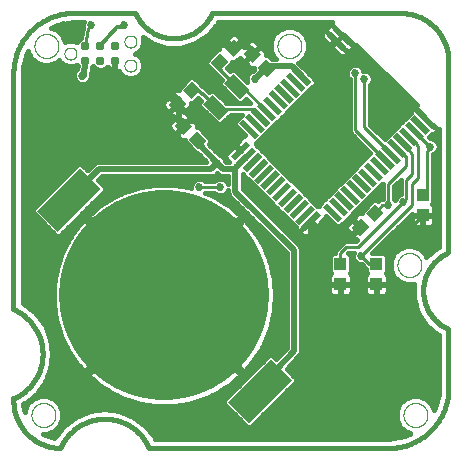
<source format=gtl>
G75*
%MOIN*%
%OFA0B0*%
%FSLAX25Y25*%
%IPPOS*%
%LPD*%
%AMOC8*
5,1,8,0,0,1.08239X$1,22.5*
%
%ADD10C,0.00000*%
%ADD11C,0.01600*%
%ADD12C,0.03400*%
%ADD13C,0.03100*%
%ADD14R,0.07283X0.01969*%
%ADD15R,0.01969X0.07283*%
%ADD16R,0.04331X0.03937*%
%ADD17R,0.04331X0.07480*%
%ADD18R,0.03937X0.04331*%
%ADD19C,0.70079*%
%ADD20R,0.09843X0.20079*%
%ADD21C,0.02000*%
%ADD22C,0.01000*%
%ADD23C,0.02700*%
%ADD24C,0.00600*%
%ADD25C,0.01200*%
D10*
X0022558Y0025840D02*
X0022560Y0025966D01*
X0022566Y0026092D01*
X0022576Y0026218D01*
X0022590Y0026344D01*
X0022608Y0026469D01*
X0022630Y0026593D01*
X0022655Y0026717D01*
X0022685Y0026840D01*
X0022718Y0026961D01*
X0022756Y0027082D01*
X0022797Y0027201D01*
X0022842Y0027320D01*
X0022890Y0027436D01*
X0022942Y0027551D01*
X0022998Y0027664D01*
X0023058Y0027776D01*
X0023121Y0027885D01*
X0023187Y0027993D01*
X0023256Y0028098D01*
X0023329Y0028201D01*
X0023406Y0028302D01*
X0023485Y0028400D01*
X0023567Y0028496D01*
X0023653Y0028589D01*
X0023741Y0028680D01*
X0023832Y0028767D01*
X0023926Y0028852D01*
X0024022Y0028933D01*
X0024121Y0029012D01*
X0024222Y0029087D01*
X0024326Y0029159D01*
X0024432Y0029228D01*
X0024540Y0029294D01*
X0024650Y0029356D01*
X0024762Y0029414D01*
X0024875Y0029469D01*
X0024991Y0029520D01*
X0025108Y0029568D01*
X0025226Y0029612D01*
X0025346Y0029652D01*
X0025467Y0029688D01*
X0025589Y0029721D01*
X0025712Y0029750D01*
X0025836Y0029774D01*
X0025960Y0029795D01*
X0026085Y0029812D01*
X0026211Y0029825D01*
X0026337Y0029834D01*
X0026463Y0029839D01*
X0026590Y0029840D01*
X0026716Y0029837D01*
X0026842Y0029830D01*
X0026968Y0029819D01*
X0027093Y0029804D01*
X0027218Y0029785D01*
X0027342Y0029762D01*
X0027466Y0029736D01*
X0027588Y0029705D01*
X0027710Y0029671D01*
X0027830Y0029632D01*
X0027949Y0029590D01*
X0028067Y0029545D01*
X0028183Y0029495D01*
X0028298Y0029442D01*
X0028410Y0029385D01*
X0028521Y0029325D01*
X0028630Y0029261D01*
X0028737Y0029194D01*
X0028842Y0029124D01*
X0028945Y0029050D01*
X0029045Y0028973D01*
X0029143Y0028893D01*
X0029238Y0028810D01*
X0029330Y0028724D01*
X0029420Y0028635D01*
X0029507Y0028543D01*
X0029590Y0028449D01*
X0029671Y0028352D01*
X0029749Y0028252D01*
X0029824Y0028150D01*
X0029895Y0028046D01*
X0029963Y0027939D01*
X0030027Y0027831D01*
X0030088Y0027720D01*
X0030146Y0027608D01*
X0030200Y0027494D01*
X0030250Y0027378D01*
X0030297Y0027261D01*
X0030340Y0027142D01*
X0030379Y0027022D01*
X0030415Y0026901D01*
X0030446Y0026778D01*
X0030474Y0026655D01*
X0030498Y0026531D01*
X0030518Y0026406D01*
X0030534Y0026281D01*
X0030546Y0026155D01*
X0030554Y0026029D01*
X0030558Y0025903D01*
X0030558Y0025777D01*
X0030554Y0025651D01*
X0030546Y0025525D01*
X0030534Y0025399D01*
X0030518Y0025274D01*
X0030498Y0025149D01*
X0030474Y0025025D01*
X0030446Y0024902D01*
X0030415Y0024779D01*
X0030379Y0024658D01*
X0030340Y0024538D01*
X0030297Y0024419D01*
X0030250Y0024302D01*
X0030200Y0024186D01*
X0030146Y0024072D01*
X0030088Y0023960D01*
X0030027Y0023849D01*
X0029963Y0023741D01*
X0029895Y0023634D01*
X0029824Y0023530D01*
X0029749Y0023428D01*
X0029671Y0023328D01*
X0029590Y0023231D01*
X0029507Y0023137D01*
X0029420Y0023045D01*
X0029330Y0022956D01*
X0029238Y0022870D01*
X0029143Y0022787D01*
X0029045Y0022707D01*
X0028945Y0022630D01*
X0028842Y0022556D01*
X0028737Y0022486D01*
X0028630Y0022419D01*
X0028521Y0022355D01*
X0028410Y0022295D01*
X0028298Y0022238D01*
X0028183Y0022185D01*
X0028067Y0022135D01*
X0027949Y0022090D01*
X0027830Y0022048D01*
X0027710Y0022009D01*
X0027588Y0021975D01*
X0027466Y0021944D01*
X0027342Y0021918D01*
X0027218Y0021895D01*
X0027093Y0021876D01*
X0026968Y0021861D01*
X0026842Y0021850D01*
X0026716Y0021843D01*
X0026590Y0021840D01*
X0026463Y0021841D01*
X0026337Y0021846D01*
X0026211Y0021855D01*
X0026085Y0021868D01*
X0025960Y0021885D01*
X0025836Y0021906D01*
X0025712Y0021930D01*
X0025589Y0021959D01*
X0025467Y0021992D01*
X0025346Y0022028D01*
X0025226Y0022068D01*
X0025108Y0022112D01*
X0024991Y0022160D01*
X0024875Y0022211D01*
X0024762Y0022266D01*
X0024650Y0022324D01*
X0024540Y0022386D01*
X0024432Y0022452D01*
X0024326Y0022521D01*
X0024222Y0022593D01*
X0024121Y0022668D01*
X0024022Y0022747D01*
X0023926Y0022828D01*
X0023832Y0022913D01*
X0023741Y0023000D01*
X0023653Y0023091D01*
X0023567Y0023184D01*
X0023485Y0023280D01*
X0023406Y0023378D01*
X0023329Y0023479D01*
X0023256Y0023582D01*
X0023187Y0023687D01*
X0023121Y0023795D01*
X0023058Y0023904D01*
X0022998Y0024016D01*
X0022942Y0024129D01*
X0022890Y0024244D01*
X0022842Y0024360D01*
X0022797Y0024479D01*
X0022756Y0024598D01*
X0022718Y0024719D01*
X0022685Y0024840D01*
X0022655Y0024963D01*
X0022630Y0025087D01*
X0022608Y0025211D01*
X0022590Y0025336D01*
X0022576Y0025462D01*
X0022566Y0025588D01*
X0022560Y0025714D01*
X0022558Y0025840D01*
X0053558Y0142340D02*
X0053560Y0142429D01*
X0053566Y0142518D01*
X0053576Y0142607D01*
X0053590Y0142695D01*
X0053607Y0142782D01*
X0053629Y0142868D01*
X0053655Y0142954D01*
X0053684Y0143038D01*
X0053717Y0143121D01*
X0053753Y0143202D01*
X0053794Y0143282D01*
X0053837Y0143359D01*
X0053884Y0143435D01*
X0053935Y0143508D01*
X0053988Y0143579D01*
X0054045Y0143648D01*
X0054105Y0143714D01*
X0054168Y0143778D01*
X0054233Y0143838D01*
X0054301Y0143896D01*
X0054372Y0143950D01*
X0054445Y0144001D01*
X0054520Y0144049D01*
X0054597Y0144094D01*
X0054676Y0144135D01*
X0054757Y0144172D01*
X0054839Y0144206D01*
X0054923Y0144237D01*
X0055008Y0144263D01*
X0055094Y0144286D01*
X0055181Y0144304D01*
X0055269Y0144319D01*
X0055358Y0144330D01*
X0055447Y0144337D01*
X0055536Y0144340D01*
X0055625Y0144339D01*
X0055714Y0144334D01*
X0055802Y0144325D01*
X0055891Y0144312D01*
X0055978Y0144295D01*
X0056065Y0144275D01*
X0056151Y0144250D01*
X0056235Y0144222D01*
X0056318Y0144190D01*
X0056400Y0144154D01*
X0056480Y0144115D01*
X0056558Y0144072D01*
X0056634Y0144026D01*
X0056708Y0143976D01*
X0056780Y0143923D01*
X0056849Y0143867D01*
X0056916Y0143808D01*
X0056980Y0143746D01*
X0057041Y0143682D01*
X0057100Y0143614D01*
X0057155Y0143544D01*
X0057207Y0143472D01*
X0057256Y0143397D01*
X0057301Y0143321D01*
X0057343Y0143242D01*
X0057381Y0143162D01*
X0057416Y0143080D01*
X0057447Y0142996D01*
X0057475Y0142911D01*
X0057498Y0142825D01*
X0057518Y0142738D01*
X0057534Y0142651D01*
X0057546Y0142562D01*
X0057554Y0142474D01*
X0057558Y0142385D01*
X0057558Y0142295D01*
X0057554Y0142206D01*
X0057546Y0142118D01*
X0057534Y0142029D01*
X0057518Y0141942D01*
X0057498Y0141855D01*
X0057475Y0141769D01*
X0057447Y0141684D01*
X0057416Y0141600D01*
X0057381Y0141518D01*
X0057343Y0141438D01*
X0057301Y0141359D01*
X0057256Y0141283D01*
X0057207Y0141208D01*
X0057155Y0141136D01*
X0057100Y0141066D01*
X0057041Y0140998D01*
X0056980Y0140934D01*
X0056916Y0140872D01*
X0056849Y0140813D01*
X0056780Y0140757D01*
X0056708Y0140704D01*
X0056634Y0140654D01*
X0056558Y0140608D01*
X0056480Y0140565D01*
X0056400Y0140526D01*
X0056318Y0140490D01*
X0056235Y0140458D01*
X0056151Y0140430D01*
X0056065Y0140405D01*
X0055978Y0140385D01*
X0055891Y0140368D01*
X0055802Y0140355D01*
X0055714Y0140346D01*
X0055625Y0140341D01*
X0055536Y0140340D01*
X0055447Y0140343D01*
X0055358Y0140350D01*
X0055269Y0140361D01*
X0055181Y0140376D01*
X0055094Y0140394D01*
X0055008Y0140417D01*
X0054923Y0140443D01*
X0054839Y0140474D01*
X0054757Y0140508D01*
X0054676Y0140545D01*
X0054597Y0140586D01*
X0054520Y0140631D01*
X0054445Y0140679D01*
X0054372Y0140730D01*
X0054301Y0140784D01*
X0054233Y0140842D01*
X0054168Y0140902D01*
X0054105Y0140966D01*
X0054045Y0141032D01*
X0053988Y0141101D01*
X0053935Y0141172D01*
X0053884Y0141245D01*
X0053837Y0141321D01*
X0053794Y0141398D01*
X0053753Y0141478D01*
X0053717Y0141559D01*
X0053684Y0141642D01*
X0053655Y0141726D01*
X0053629Y0141812D01*
X0053607Y0141898D01*
X0053590Y0141985D01*
X0053576Y0142073D01*
X0053566Y0142162D01*
X0053560Y0142251D01*
X0053558Y0142340D01*
X0053558Y0150340D02*
X0053560Y0150429D01*
X0053566Y0150518D01*
X0053576Y0150607D01*
X0053590Y0150695D01*
X0053607Y0150782D01*
X0053629Y0150868D01*
X0053655Y0150954D01*
X0053684Y0151038D01*
X0053717Y0151121D01*
X0053753Y0151202D01*
X0053794Y0151282D01*
X0053837Y0151359D01*
X0053884Y0151435D01*
X0053935Y0151508D01*
X0053988Y0151579D01*
X0054045Y0151648D01*
X0054105Y0151714D01*
X0054168Y0151778D01*
X0054233Y0151838D01*
X0054301Y0151896D01*
X0054372Y0151950D01*
X0054445Y0152001D01*
X0054520Y0152049D01*
X0054597Y0152094D01*
X0054676Y0152135D01*
X0054757Y0152172D01*
X0054839Y0152206D01*
X0054923Y0152237D01*
X0055008Y0152263D01*
X0055094Y0152286D01*
X0055181Y0152304D01*
X0055269Y0152319D01*
X0055358Y0152330D01*
X0055447Y0152337D01*
X0055536Y0152340D01*
X0055625Y0152339D01*
X0055714Y0152334D01*
X0055802Y0152325D01*
X0055891Y0152312D01*
X0055978Y0152295D01*
X0056065Y0152275D01*
X0056151Y0152250D01*
X0056235Y0152222D01*
X0056318Y0152190D01*
X0056400Y0152154D01*
X0056480Y0152115D01*
X0056558Y0152072D01*
X0056634Y0152026D01*
X0056708Y0151976D01*
X0056780Y0151923D01*
X0056849Y0151867D01*
X0056916Y0151808D01*
X0056980Y0151746D01*
X0057041Y0151682D01*
X0057100Y0151614D01*
X0057155Y0151544D01*
X0057207Y0151472D01*
X0057256Y0151397D01*
X0057301Y0151321D01*
X0057343Y0151242D01*
X0057381Y0151162D01*
X0057416Y0151080D01*
X0057447Y0150996D01*
X0057475Y0150911D01*
X0057498Y0150825D01*
X0057518Y0150738D01*
X0057534Y0150651D01*
X0057546Y0150562D01*
X0057554Y0150474D01*
X0057558Y0150385D01*
X0057558Y0150295D01*
X0057554Y0150206D01*
X0057546Y0150118D01*
X0057534Y0150029D01*
X0057518Y0149942D01*
X0057498Y0149855D01*
X0057475Y0149769D01*
X0057447Y0149684D01*
X0057416Y0149600D01*
X0057381Y0149518D01*
X0057343Y0149438D01*
X0057301Y0149359D01*
X0057256Y0149283D01*
X0057207Y0149208D01*
X0057155Y0149136D01*
X0057100Y0149066D01*
X0057041Y0148998D01*
X0056980Y0148934D01*
X0056916Y0148872D01*
X0056849Y0148813D01*
X0056780Y0148757D01*
X0056708Y0148704D01*
X0056634Y0148654D01*
X0056558Y0148608D01*
X0056480Y0148565D01*
X0056400Y0148526D01*
X0056318Y0148490D01*
X0056235Y0148458D01*
X0056151Y0148430D01*
X0056065Y0148405D01*
X0055978Y0148385D01*
X0055891Y0148368D01*
X0055802Y0148355D01*
X0055714Y0148346D01*
X0055625Y0148341D01*
X0055536Y0148340D01*
X0055447Y0148343D01*
X0055358Y0148350D01*
X0055269Y0148361D01*
X0055181Y0148376D01*
X0055094Y0148394D01*
X0055008Y0148417D01*
X0054923Y0148443D01*
X0054839Y0148474D01*
X0054757Y0148508D01*
X0054676Y0148545D01*
X0054597Y0148586D01*
X0054520Y0148631D01*
X0054445Y0148679D01*
X0054372Y0148730D01*
X0054301Y0148784D01*
X0054233Y0148842D01*
X0054168Y0148902D01*
X0054105Y0148966D01*
X0054045Y0149032D01*
X0053988Y0149101D01*
X0053935Y0149172D01*
X0053884Y0149245D01*
X0053837Y0149321D01*
X0053794Y0149398D01*
X0053753Y0149478D01*
X0053717Y0149559D01*
X0053684Y0149642D01*
X0053655Y0149726D01*
X0053629Y0149812D01*
X0053607Y0149898D01*
X0053590Y0149985D01*
X0053576Y0150073D01*
X0053566Y0150162D01*
X0053560Y0150251D01*
X0053558Y0150340D01*
X0033558Y0146340D02*
X0033560Y0146429D01*
X0033566Y0146518D01*
X0033576Y0146607D01*
X0033590Y0146695D01*
X0033607Y0146782D01*
X0033629Y0146868D01*
X0033655Y0146954D01*
X0033684Y0147038D01*
X0033717Y0147121D01*
X0033753Y0147202D01*
X0033794Y0147282D01*
X0033837Y0147359D01*
X0033884Y0147435D01*
X0033935Y0147508D01*
X0033988Y0147579D01*
X0034045Y0147648D01*
X0034105Y0147714D01*
X0034168Y0147778D01*
X0034233Y0147838D01*
X0034301Y0147896D01*
X0034372Y0147950D01*
X0034445Y0148001D01*
X0034520Y0148049D01*
X0034597Y0148094D01*
X0034676Y0148135D01*
X0034757Y0148172D01*
X0034839Y0148206D01*
X0034923Y0148237D01*
X0035008Y0148263D01*
X0035094Y0148286D01*
X0035181Y0148304D01*
X0035269Y0148319D01*
X0035358Y0148330D01*
X0035447Y0148337D01*
X0035536Y0148340D01*
X0035625Y0148339D01*
X0035714Y0148334D01*
X0035802Y0148325D01*
X0035891Y0148312D01*
X0035978Y0148295D01*
X0036065Y0148275D01*
X0036151Y0148250D01*
X0036235Y0148222D01*
X0036318Y0148190D01*
X0036400Y0148154D01*
X0036480Y0148115D01*
X0036558Y0148072D01*
X0036634Y0148026D01*
X0036708Y0147976D01*
X0036780Y0147923D01*
X0036849Y0147867D01*
X0036916Y0147808D01*
X0036980Y0147746D01*
X0037041Y0147682D01*
X0037100Y0147614D01*
X0037155Y0147544D01*
X0037207Y0147472D01*
X0037256Y0147397D01*
X0037301Y0147321D01*
X0037343Y0147242D01*
X0037381Y0147162D01*
X0037416Y0147080D01*
X0037447Y0146996D01*
X0037475Y0146911D01*
X0037498Y0146825D01*
X0037518Y0146738D01*
X0037534Y0146651D01*
X0037546Y0146562D01*
X0037554Y0146474D01*
X0037558Y0146385D01*
X0037558Y0146295D01*
X0037554Y0146206D01*
X0037546Y0146118D01*
X0037534Y0146029D01*
X0037518Y0145942D01*
X0037498Y0145855D01*
X0037475Y0145769D01*
X0037447Y0145684D01*
X0037416Y0145600D01*
X0037381Y0145518D01*
X0037343Y0145438D01*
X0037301Y0145359D01*
X0037256Y0145283D01*
X0037207Y0145208D01*
X0037155Y0145136D01*
X0037100Y0145066D01*
X0037041Y0144998D01*
X0036980Y0144934D01*
X0036916Y0144872D01*
X0036849Y0144813D01*
X0036780Y0144757D01*
X0036708Y0144704D01*
X0036634Y0144654D01*
X0036558Y0144608D01*
X0036480Y0144565D01*
X0036400Y0144526D01*
X0036318Y0144490D01*
X0036235Y0144458D01*
X0036151Y0144430D01*
X0036065Y0144405D01*
X0035978Y0144385D01*
X0035891Y0144368D01*
X0035802Y0144355D01*
X0035714Y0144346D01*
X0035625Y0144341D01*
X0035536Y0144340D01*
X0035447Y0144343D01*
X0035358Y0144350D01*
X0035269Y0144361D01*
X0035181Y0144376D01*
X0035094Y0144394D01*
X0035008Y0144417D01*
X0034923Y0144443D01*
X0034839Y0144474D01*
X0034757Y0144508D01*
X0034676Y0144545D01*
X0034597Y0144586D01*
X0034520Y0144631D01*
X0034445Y0144679D01*
X0034372Y0144730D01*
X0034301Y0144784D01*
X0034233Y0144842D01*
X0034168Y0144902D01*
X0034105Y0144966D01*
X0034045Y0145032D01*
X0033988Y0145101D01*
X0033935Y0145172D01*
X0033884Y0145245D01*
X0033837Y0145321D01*
X0033794Y0145398D01*
X0033753Y0145478D01*
X0033717Y0145559D01*
X0033684Y0145642D01*
X0033655Y0145726D01*
X0033629Y0145812D01*
X0033607Y0145898D01*
X0033590Y0145985D01*
X0033576Y0146073D01*
X0033566Y0146162D01*
X0033560Y0146251D01*
X0033558Y0146340D01*
X0023558Y0148840D02*
X0023560Y0148966D01*
X0023566Y0149092D01*
X0023576Y0149218D01*
X0023590Y0149344D01*
X0023608Y0149469D01*
X0023630Y0149593D01*
X0023655Y0149717D01*
X0023685Y0149840D01*
X0023718Y0149961D01*
X0023756Y0150082D01*
X0023797Y0150201D01*
X0023842Y0150320D01*
X0023890Y0150436D01*
X0023942Y0150551D01*
X0023998Y0150664D01*
X0024058Y0150776D01*
X0024121Y0150885D01*
X0024187Y0150993D01*
X0024256Y0151098D01*
X0024329Y0151201D01*
X0024406Y0151302D01*
X0024485Y0151400D01*
X0024567Y0151496D01*
X0024653Y0151589D01*
X0024741Y0151680D01*
X0024832Y0151767D01*
X0024926Y0151852D01*
X0025022Y0151933D01*
X0025121Y0152012D01*
X0025222Y0152087D01*
X0025326Y0152159D01*
X0025432Y0152228D01*
X0025540Y0152294D01*
X0025650Y0152356D01*
X0025762Y0152414D01*
X0025875Y0152469D01*
X0025991Y0152520D01*
X0026108Y0152568D01*
X0026226Y0152612D01*
X0026346Y0152652D01*
X0026467Y0152688D01*
X0026589Y0152721D01*
X0026712Y0152750D01*
X0026836Y0152774D01*
X0026960Y0152795D01*
X0027085Y0152812D01*
X0027211Y0152825D01*
X0027337Y0152834D01*
X0027463Y0152839D01*
X0027590Y0152840D01*
X0027716Y0152837D01*
X0027842Y0152830D01*
X0027968Y0152819D01*
X0028093Y0152804D01*
X0028218Y0152785D01*
X0028342Y0152762D01*
X0028466Y0152736D01*
X0028588Y0152705D01*
X0028710Y0152671D01*
X0028830Y0152632D01*
X0028949Y0152590D01*
X0029067Y0152545D01*
X0029183Y0152495D01*
X0029298Y0152442D01*
X0029410Y0152385D01*
X0029521Y0152325D01*
X0029630Y0152261D01*
X0029737Y0152194D01*
X0029842Y0152124D01*
X0029945Y0152050D01*
X0030045Y0151973D01*
X0030143Y0151893D01*
X0030238Y0151810D01*
X0030330Y0151724D01*
X0030420Y0151635D01*
X0030507Y0151543D01*
X0030590Y0151449D01*
X0030671Y0151352D01*
X0030749Y0151252D01*
X0030824Y0151150D01*
X0030895Y0151046D01*
X0030963Y0150939D01*
X0031027Y0150831D01*
X0031088Y0150720D01*
X0031146Y0150608D01*
X0031200Y0150494D01*
X0031250Y0150378D01*
X0031297Y0150261D01*
X0031340Y0150142D01*
X0031379Y0150022D01*
X0031415Y0149901D01*
X0031446Y0149778D01*
X0031474Y0149655D01*
X0031498Y0149531D01*
X0031518Y0149406D01*
X0031534Y0149281D01*
X0031546Y0149155D01*
X0031554Y0149029D01*
X0031558Y0148903D01*
X0031558Y0148777D01*
X0031554Y0148651D01*
X0031546Y0148525D01*
X0031534Y0148399D01*
X0031518Y0148274D01*
X0031498Y0148149D01*
X0031474Y0148025D01*
X0031446Y0147902D01*
X0031415Y0147779D01*
X0031379Y0147658D01*
X0031340Y0147538D01*
X0031297Y0147419D01*
X0031250Y0147302D01*
X0031200Y0147186D01*
X0031146Y0147072D01*
X0031088Y0146960D01*
X0031027Y0146849D01*
X0030963Y0146741D01*
X0030895Y0146634D01*
X0030824Y0146530D01*
X0030749Y0146428D01*
X0030671Y0146328D01*
X0030590Y0146231D01*
X0030507Y0146137D01*
X0030420Y0146045D01*
X0030330Y0145956D01*
X0030238Y0145870D01*
X0030143Y0145787D01*
X0030045Y0145707D01*
X0029945Y0145630D01*
X0029842Y0145556D01*
X0029737Y0145486D01*
X0029630Y0145419D01*
X0029521Y0145355D01*
X0029410Y0145295D01*
X0029298Y0145238D01*
X0029183Y0145185D01*
X0029067Y0145135D01*
X0028949Y0145090D01*
X0028830Y0145048D01*
X0028710Y0145009D01*
X0028588Y0144975D01*
X0028466Y0144944D01*
X0028342Y0144918D01*
X0028218Y0144895D01*
X0028093Y0144876D01*
X0027968Y0144861D01*
X0027842Y0144850D01*
X0027716Y0144843D01*
X0027590Y0144840D01*
X0027463Y0144841D01*
X0027337Y0144846D01*
X0027211Y0144855D01*
X0027085Y0144868D01*
X0026960Y0144885D01*
X0026836Y0144906D01*
X0026712Y0144930D01*
X0026589Y0144959D01*
X0026467Y0144992D01*
X0026346Y0145028D01*
X0026226Y0145068D01*
X0026108Y0145112D01*
X0025991Y0145160D01*
X0025875Y0145211D01*
X0025762Y0145266D01*
X0025650Y0145324D01*
X0025540Y0145386D01*
X0025432Y0145452D01*
X0025326Y0145521D01*
X0025222Y0145593D01*
X0025121Y0145668D01*
X0025022Y0145747D01*
X0024926Y0145828D01*
X0024832Y0145913D01*
X0024741Y0146000D01*
X0024653Y0146091D01*
X0024567Y0146184D01*
X0024485Y0146280D01*
X0024406Y0146378D01*
X0024329Y0146479D01*
X0024256Y0146582D01*
X0024187Y0146687D01*
X0024121Y0146795D01*
X0024058Y0146904D01*
X0023998Y0147016D01*
X0023942Y0147129D01*
X0023890Y0147244D01*
X0023842Y0147360D01*
X0023797Y0147479D01*
X0023756Y0147598D01*
X0023718Y0147719D01*
X0023685Y0147840D01*
X0023655Y0147963D01*
X0023630Y0148087D01*
X0023608Y0148211D01*
X0023590Y0148336D01*
X0023576Y0148462D01*
X0023566Y0148588D01*
X0023560Y0148714D01*
X0023558Y0148840D01*
X0104558Y0148840D02*
X0104560Y0148966D01*
X0104566Y0149092D01*
X0104576Y0149218D01*
X0104590Y0149344D01*
X0104608Y0149469D01*
X0104630Y0149593D01*
X0104655Y0149717D01*
X0104685Y0149840D01*
X0104718Y0149961D01*
X0104756Y0150082D01*
X0104797Y0150201D01*
X0104842Y0150320D01*
X0104890Y0150436D01*
X0104942Y0150551D01*
X0104998Y0150664D01*
X0105058Y0150776D01*
X0105121Y0150885D01*
X0105187Y0150993D01*
X0105256Y0151098D01*
X0105329Y0151201D01*
X0105406Y0151302D01*
X0105485Y0151400D01*
X0105567Y0151496D01*
X0105653Y0151589D01*
X0105741Y0151680D01*
X0105832Y0151767D01*
X0105926Y0151852D01*
X0106022Y0151933D01*
X0106121Y0152012D01*
X0106222Y0152087D01*
X0106326Y0152159D01*
X0106432Y0152228D01*
X0106540Y0152294D01*
X0106650Y0152356D01*
X0106762Y0152414D01*
X0106875Y0152469D01*
X0106991Y0152520D01*
X0107108Y0152568D01*
X0107226Y0152612D01*
X0107346Y0152652D01*
X0107467Y0152688D01*
X0107589Y0152721D01*
X0107712Y0152750D01*
X0107836Y0152774D01*
X0107960Y0152795D01*
X0108085Y0152812D01*
X0108211Y0152825D01*
X0108337Y0152834D01*
X0108463Y0152839D01*
X0108590Y0152840D01*
X0108716Y0152837D01*
X0108842Y0152830D01*
X0108968Y0152819D01*
X0109093Y0152804D01*
X0109218Y0152785D01*
X0109342Y0152762D01*
X0109466Y0152736D01*
X0109588Y0152705D01*
X0109710Y0152671D01*
X0109830Y0152632D01*
X0109949Y0152590D01*
X0110067Y0152545D01*
X0110183Y0152495D01*
X0110298Y0152442D01*
X0110410Y0152385D01*
X0110521Y0152325D01*
X0110630Y0152261D01*
X0110737Y0152194D01*
X0110842Y0152124D01*
X0110945Y0152050D01*
X0111045Y0151973D01*
X0111143Y0151893D01*
X0111238Y0151810D01*
X0111330Y0151724D01*
X0111420Y0151635D01*
X0111507Y0151543D01*
X0111590Y0151449D01*
X0111671Y0151352D01*
X0111749Y0151252D01*
X0111824Y0151150D01*
X0111895Y0151046D01*
X0111963Y0150939D01*
X0112027Y0150831D01*
X0112088Y0150720D01*
X0112146Y0150608D01*
X0112200Y0150494D01*
X0112250Y0150378D01*
X0112297Y0150261D01*
X0112340Y0150142D01*
X0112379Y0150022D01*
X0112415Y0149901D01*
X0112446Y0149778D01*
X0112474Y0149655D01*
X0112498Y0149531D01*
X0112518Y0149406D01*
X0112534Y0149281D01*
X0112546Y0149155D01*
X0112554Y0149029D01*
X0112558Y0148903D01*
X0112558Y0148777D01*
X0112554Y0148651D01*
X0112546Y0148525D01*
X0112534Y0148399D01*
X0112518Y0148274D01*
X0112498Y0148149D01*
X0112474Y0148025D01*
X0112446Y0147902D01*
X0112415Y0147779D01*
X0112379Y0147658D01*
X0112340Y0147538D01*
X0112297Y0147419D01*
X0112250Y0147302D01*
X0112200Y0147186D01*
X0112146Y0147072D01*
X0112088Y0146960D01*
X0112027Y0146849D01*
X0111963Y0146741D01*
X0111895Y0146634D01*
X0111824Y0146530D01*
X0111749Y0146428D01*
X0111671Y0146328D01*
X0111590Y0146231D01*
X0111507Y0146137D01*
X0111420Y0146045D01*
X0111330Y0145956D01*
X0111238Y0145870D01*
X0111143Y0145787D01*
X0111045Y0145707D01*
X0110945Y0145630D01*
X0110842Y0145556D01*
X0110737Y0145486D01*
X0110630Y0145419D01*
X0110521Y0145355D01*
X0110410Y0145295D01*
X0110298Y0145238D01*
X0110183Y0145185D01*
X0110067Y0145135D01*
X0109949Y0145090D01*
X0109830Y0145048D01*
X0109710Y0145009D01*
X0109588Y0144975D01*
X0109466Y0144944D01*
X0109342Y0144918D01*
X0109218Y0144895D01*
X0109093Y0144876D01*
X0108968Y0144861D01*
X0108842Y0144850D01*
X0108716Y0144843D01*
X0108590Y0144840D01*
X0108463Y0144841D01*
X0108337Y0144846D01*
X0108211Y0144855D01*
X0108085Y0144868D01*
X0107960Y0144885D01*
X0107836Y0144906D01*
X0107712Y0144930D01*
X0107589Y0144959D01*
X0107467Y0144992D01*
X0107346Y0145028D01*
X0107226Y0145068D01*
X0107108Y0145112D01*
X0106991Y0145160D01*
X0106875Y0145211D01*
X0106762Y0145266D01*
X0106650Y0145324D01*
X0106540Y0145386D01*
X0106432Y0145452D01*
X0106326Y0145521D01*
X0106222Y0145593D01*
X0106121Y0145668D01*
X0106022Y0145747D01*
X0105926Y0145828D01*
X0105832Y0145913D01*
X0105741Y0146000D01*
X0105653Y0146091D01*
X0105567Y0146184D01*
X0105485Y0146280D01*
X0105406Y0146378D01*
X0105329Y0146479D01*
X0105256Y0146582D01*
X0105187Y0146687D01*
X0105121Y0146795D01*
X0105058Y0146904D01*
X0104998Y0147016D01*
X0104942Y0147129D01*
X0104890Y0147244D01*
X0104842Y0147360D01*
X0104797Y0147479D01*
X0104756Y0147598D01*
X0104718Y0147719D01*
X0104685Y0147840D01*
X0104655Y0147963D01*
X0104630Y0148087D01*
X0104608Y0148211D01*
X0104590Y0148336D01*
X0104576Y0148462D01*
X0104566Y0148588D01*
X0104560Y0148714D01*
X0104558Y0148840D01*
X0144558Y0075840D02*
X0144560Y0075966D01*
X0144566Y0076092D01*
X0144576Y0076218D01*
X0144590Y0076344D01*
X0144608Y0076469D01*
X0144630Y0076593D01*
X0144655Y0076717D01*
X0144685Y0076840D01*
X0144718Y0076961D01*
X0144756Y0077082D01*
X0144797Y0077201D01*
X0144842Y0077320D01*
X0144890Y0077436D01*
X0144942Y0077551D01*
X0144998Y0077664D01*
X0145058Y0077776D01*
X0145121Y0077885D01*
X0145187Y0077993D01*
X0145256Y0078098D01*
X0145329Y0078201D01*
X0145406Y0078302D01*
X0145485Y0078400D01*
X0145567Y0078496D01*
X0145653Y0078589D01*
X0145741Y0078680D01*
X0145832Y0078767D01*
X0145926Y0078852D01*
X0146022Y0078933D01*
X0146121Y0079012D01*
X0146222Y0079087D01*
X0146326Y0079159D01*
X0146432Y0079228D01*
X0146540Y0079294D01*
X0146650Y0079356D01*
X0146762Y0079414D01*
X0146875Y0079469D01*
X0146991Y0079520D01*
X0147108Y0079568D01*
X0147226Y0079612D01*
X0147346Y0079652D01*
X0147467Y0079688D01*
X0147589Y0079721D01*
X0147712Y0079750D01*
X0147836Y0079774D01*
X0147960Y0079795D01*
X0148085Y0079812D01*
X0148211Y0079825D01*
X0148337Y0079834D01*
X0148463Y0079839D01*
X0148590Y0079840D01*
X0148716Y0079837D01*
X0148842Y0079830D01*
X0148968Y0079819D01*
X0149093Y0079804D01*
X0149218Y0079785D01*
X0149342Y0079762D01*
X0149466Y0079736D01*
X0149588Y0079705D01*
X0149710Y0079671D01*
X0149830Y0079632D01*
X0149949Y0079590D01*
X0150067Y0079545D01*
X0150183Y0079495D01*
X0150298Y0079442D01*
X0150410Y0079385D01*
X0150521Y0079325D01*
X0150630Y0079261D01*
X0150737Y0079194D01*
X0150842Y0079124D01*
X0150945Y0079050D01*
X0151045Y0078973D01*
X0151143Y0078893D01*
X0151238Y0078810D01*
X0151330Y0078724D01*
X0151420Y0078635D01*
X0151507Y0078543D01*
X0151590Y0078449D01*
X0151671Y0078352D01*
X0151749Y0078252D01*
X0151824Y0078150D01*
X0151895Y0078046D01*
X0151963Y0077939D01*
X0152027Y0077831D01*
X0152088Y0077720D01*
X0152146Y0077608D01*
X0152200Y0077494D01*
X0152250Y0077378D01*
X0152297Y0077261D01*
X0152340Y0077142D01*
X0152379Y0077022D01*
X0152415Y0076901D01*
X0152446Y0076778D01*
X0152474Y0076655D01*
X0152498Y0076531D01*
X0152518Y0076406D01*
X0152534Y0076281D01*
X0152546Y0076155D01*
X0152554Y0076029D01*
X0152558Y0075903D01*
X0152558Y0075777D01*
X0152554Y0075651D01*
X0152546Y0075525D01*
X0152534Y0075399D01*
X0152518Y0075274D01*
X0152498Y0075149D01*
X0152474Y0075025D01*
X0152446Y0074902D01*
X0152415Y0074779D01*
X0152379Y0074658D01*
X0152340Y0074538D01*
X0152297Y0074419D01*
X0152250Y0074302D01*
X0152200Y0074186D01*
X0152146Y0074072D01*
X0152088Y0073960D01*
X0152027Y0073849D01*
X0151963Y0073741D01*
X0151895Y0073634D01*
X0151824Y0073530D01*
X0151749Y0073428D01*
X0151671Y0073328D01*
X0151590Y0073231D01*
X0151507Y0073137D01*
X0151420Y0073045D01*
X0151330Y0072956D01*
X0151238Y0072870D01*
X0151143Y0072787D01*
X0151045Y0072707D01*
X0150945Y0072630D01*
X0150842Y0072556D01*
X0150737Y0072486D01*
X0150630Y0072419D01*
X0150521Y0072355D01*
X0150410Y0072295D01*
X0150298Y0072238D01*
X0150183Y0072185D01*
X0150067Y0072135D01*
X0149949Y0072090D01*
X0149830Y0072048D01*
X0149710Y0072009D01*
X0149588Y0071975D01*
X0149466Y0071944D01*
X0149342Y0071918D01*
X0149218Y0071895D01*
X0149093Y0071876D01*
X0148968Y0071861D01*
X0148842Y0071850D01*
X0148716Y0071843D01*
X0148590Y0071840D01*
X0148463Y0071841D01*
X0148337Y0071846D01*
X0148211Y0071855D01*
X0148085Y0071868D01*
X0147960Y0071885D01*
X0147836Y0071906D01*
X0147712Y0071930D01*
X0147589Y0071959D01*
X0147467Y0071992D01*
X0147346Y0072028D01*
X0147226Y0072068D01*
X0147108Y0072112D01*
X0146991Y0072160D01*
X0146875Y0072211D01*
X0146762Y0072266D01*
X0146650Y0072324D01*
X0146540Y0072386D01*
X0146432Y0072452D01*
X0146326Y0072521D01*
X0146222Y0072593D01*
X0146121Y0072668D01*
X0146022Y0072747D01*
X0145926Y0072828D01*
X0145832Y0072913D01*
X0145741Y0073000D01*
X0145653Y0073091D01*
X0145567Y0073184D01*
X0145485Y0073280D01*
X0145406Y0073378D01*
X0145329Y0073479D01*
X0145256Y0073582D01*
X0145187Y0073687D01*
X0145121Y0073795D01*
X0145058Y0073904D01*
X0144998Y0074016D01*
X0144942Y0074129D01*
X0144890Y0074244D01*
X0144842Y0074360D01*
X0144797Y0074479D01*
X0144756Y0074598D01*
X0144718Y0074719D01*
X0144685Y0074840D01*
X0144655Y0074963D01*
X0144630Y0075087D01*
X0144608Y0075211D01*
X0144590Y0075336D01*
X0144576Y0075462D01*
X0144566Y0075588D01*
X0144560Y0075714D01*
X0144558Y0075840D01*
X0146558Y0025840D02*
X0146560Y0025966D01*
X0146566Y0026092D01*
X0146576Y0026218D01*
X0146590Y0026344D01*
X0146608Y0026469D01*
X0146630Y0026593D01*
X0146655Y0026717D01*
X0146685Y0026840D01*
X0146718Y0026961D01*
X0146756Y0027082D01*
X0146797Y0027201D01*
X0146842Y0027320D01*
X0146890Y0027436D01*
X0146942Y0027551D01*
X0146998Y0027664D01*
X0147058Y0027776D01*
X0147121Y0027885D01*
X0147187Y0027993D01*
X0147256Y0028098D01*
X0147329Y0028201D01*
X0147406Y0028302D01*
X0147485Y0028400D01*
X0147567Y0028496D01*
X0147653Y0028589D01*
X0147741Y0028680D01*
X0147832Y0028767D01*
X0147926Y0028852D01*
X0148022Y0028933D01*
X0148121Y0029012D01*
X0148222Y0029087D01*
X0148326Y0029159D01*
X0148432Y0029228D01*
X0148540Y0029294D01*
X0148650Y0029356D01*
X0148762Y0029414D01*
X0148875Y0029469D01*
X0148991Y0029520D01*
X0149108Y0029568D01*
X0149226Y0029612D01*
X0149346Y0029652D01*
X0149467Y0029688D01*
X0149589Y0029721D01*
X0149712Y0029750D01*
X0149836Y0029774D01*
X0149960Y0029795D01*
X0150085Y0029812D01*
X0150211Y0029825D01*
X0150337Y0029834D01*
X0150463Y0029839D01*
X0150590Y0029840D01*
X0150716Y0029837D01*
X0150842Y0029830D01*
X0150968Y0029819D01*
X0151093Y0029804D01*
X0151218Y0029785D01*
X0151342Y0029762D01*
X0151466Y0029736D01*
X0151588Y0029705D01*
X0151710Y0029671D01*
X0151830Y0029632D01*
X0151949Y0029590D01*
X0152067Y0029545D01*
X0152183Y0029495D01*
X0152298Y0029442D01*
X0152410Y0029385D01*
X0152521Y0029325D01*
X0152630Y0029261D01*
X0152737Y0029194D01*
X0152842Y0029124D01*
X0152945Y0029050D01*
X0153045Y0028973D01*
X0153143Y0028893D01*
X0153238Y0028810D01*
X0153330Y0028724D01*
X0153420Y0028635D01*
X0153507Y0028543D01*
X0153590Y0028449D01*
X0153671Y0028352D01*
X0153749Y0028252D01*
X0153824Y0028150D01*
X0153895Y0028046D01*
X0153963Y0027939D01*
X0154027Y0027831D01*
X0154088Y0027720D01*
X0154146Y0027608D01*
X0154200Y0027494D01*
X0154250Y0027378D01*
X0154297Y0027261D01*
X0154340Y0027142D01*
X0154379Y0027022D01*
X0154415Y0026901D01*
X0154446Y0026778D01*
X0154474Y0026655D01*
X0154498Y0026531D01*
X0154518Y0026406D01*
X0154534Y0026281D01*
X0154546Y0026155D01*
X0154554Y0026029D01*
X0154558Y0025903D01*
X0154558Y0025777D01*
X0154554Y0025651D01*
X0154546Y0025525D01*
X0154534Y0025399D01*
X0154518Y0025274D01*
X0154498Y0025149D01*
X0154474Y0025025D01*
X0154446Y0024902D01*
X0154415Y0024779D01*
X0154379Y0024658D01*
X0154340Y0024538D01*
X0154297Y0024419D01*
X0154250Y0024302D01*
X0154200Y0024186D01*
X0154146Y0024072D01*
X0154088Y0023960D01*
X0154027Y0023849D01*
X0153963Y0023741D01*
X0153895Y0023634D01*
X0153824Y0023530D01*
X0153749Y0023428D01*
X0153671Y0023328D01*
X0153590Y0023231D01*
X0153507Y0023137D01*
X0153420Y0023045D01*
X0153330Y0022956D01*
X0153238Y0022870D01*
X0153143Y0022787D01*
X0153045Y0022707D01*
X0152945Y0022630D01*
X0152842Y0022556D01*
X0152737Y0022486D01*
X0152630Y0022419D01*
X0152521Y0022355D01*
X0152410Y0022295D01*
X0152298Y0022238D01*
X0152183Y0022185D01*
X0152067Y0022135D01*
X0151949Y0022090D01*
X0151830Y0022048D01*
X0151710Y0022009D01*
X0151588Y0021975D01*
X0151466Y0021944D01*
X0151342Y0021918D01*
X0151218Y0021895D01*
X0151093Y0021876D01*
X0150968Y0021861D01*
X0150842Y0021850D01*
X0150716Y0021843D01*
X0150590Y0021840D01*
X0150463Y0021841D01*
X0150337Y0021846D01*
X0150211Y0021855D01*
X0150085Y0021868D01*
X0149960Y0021885D01*
X0149836Y0021906D01*
X0149712Y0021930D01*
X0149589Y0021959D01*
X0149467Y0021992D01*
X0149346Y0022028D01*
X0149226Y0022068D01*
X0149108Y0022112D01*
X0148991Y0022160D01*
X0148875Y0022211D01*
X0148762Y0022266D01*
X0148650Y0022324D01*
X0148540Y0022386D01*
X0148432Y0022452D01*
X0148326Y0022521D01*
X0148222Y0022593D01*
X0148121Y0022668D01*
X0148022Y0022747D01*
X0147926Y0022828D01*
X0147832Y0022913D01*
X0147741Y0023000D01*
X0147653Y0023091D01*
X0147567Y0023184D01*
X0147485Y0023280D01*
X0147406Y0023378D01*
X0147329Y0023479D01*
X0147256Y0023582D01*
X0147187Y0023687D01*
X0147121Y0023795D01*
X0147058Y0023904D01*
X0146998Y0024016D01*
X0146942Y0024129D01*
X0146890Y0024244D01*
X0146842Y0024360D01*
X0146797Y0024479D01*
X0146756Y0024598D01*
X0146718Y0024719D01*
X0146685Y0024840D01*
X0146655Y0024963D01*
X0146630Y0025087D01*
X0146608Y0025211D01*
X0146590Y0025336D01*
X0146576Y0025462D01*
X0146566Y0025588D01*
X0146560Y0025714D01*
X0146558Y0025840D01*
D11*
X0027811Y0019540D02*
X0026313Y0019540D01*
X0027094Y0019055D01*
X0030191Y0018119D01*
X0030296Y0018363D01*
X0030296Y0018363D01*
X0033385Y0022284D01*
X0033385Y0022284D01*
X0037372Y0025287D01*
X0037372Y0025287D01*
X0041994Y0027172D01*
X0041994Y0027172D01*
X0046944Y0027815D01*
X0046944Y0027815D01*
X0051894Y0027172D01*
X0051894Y0027172D01*
X0056515Y0025287D01*
X0056515Y0025287D01*
X0060503Y0022284D01*
X0060503Y0022284D01*
X0063591Y0018363D01*
X0063591Y0018363D01*
X0063774Y0017940D01*
X0141558Y0017940D01*
X0143450Y0018046D01*
X0147140Y0018889D01*
X0148868Y0019721D01*
X0146989Y0020499D01*
X0145217Y0022272D01*
X0144258Y0024587D01*
X0144258Y0027093D01*
X0145217Y0029409D01*
X0146989Y0031181D01*
X0149305Y0032140D01*
X0151811Y0032140D01*
X0154127Y0031181D01*
X0155899Y0029409D01*
X0156677Y0027530D01*
X0157509Y0029258D01*
X0158352Y0032948D01*
X0158458Y0034840D01*
X0158458Y0052396D01*
X0158038Y0052578D01*
X0158038Y0052578D01*
X0154222Y0055787D01*
X0154222Y0055787D01*
X0151486Y0059956D01*
X0151486Y0059956D01*
X0150058Y0064733D01*
X0150058Y0069642D01*
X0149811Y0069540D01*
X0147305Y0069540D01*
X0144989Y0070499D01*
X0143217Y0072272D01*
X0142258Y0074587D01*
X0142258Y0077093D01*
X0143217Y0079409D01*
X0144989Y0081181D01*
X0147305Y0082140D01*
X0149811Y0082140D01*
X0152127Y0081181D01*
X0153899Y0079409D01*
X0154213Y0078650D01*
X0154222Y0078665D01*
X0154222Y0078665D01*
X0154222Y0078665D01*
X0158038Y0081874D01*
X0158458Y0082056D01*
X0158458Y0121206D01*
X0157961Y0120708D01*
X0154113Y0124556D01*
X0154113Y0124556D01*
X0157961Y0120708D01*
X0157097Y0119845D01*
X0156687Y0119608D01*
X0156229Y0119485D01*
X0156172Y0119485D01*
X0155129Y0118442D01*
X0155484Y0118090D01*
X0156105Y0118090D01*
X0157116Y0117671D01*
X0157889Y0116898D01*
X0158308Y0115887D01*
X0158308Y0114793D01*
X0157889Y0113782D01*
X0157116Y0113009D01*
X0156458Y0112736D01*
X0156458Y0099900D01*
X0156426Y0099868D01*
X0156426Y0096441D01*
X0156102Y0096117D01*
X0156132Y0096099D01*
X0156467Y0095764D01*
X0156704Y0095354D01*
X0156826Y0094896D01*
X0156826Y0092678D01*
X0153242Y0092678D01*
X0153242Y0092309D01*
X0153242Y0088528D01*
X0155263Y0088528D01*
X0155721Y0088651D01*
X0156132Y0088888D01*
X0156467Y0089223D01*
X0156704Y0089634D01*
X0156826Y0090091D01*
X0156826Y0092309D01*
X0153242Y0092309D01*
X0152874Y0092309D01*
X0152874Y0088528D01*
X0150852Y0088528D01*
X0150395Y0088651D01*
X0149984Y0088888D01*
X0149649Y0089223D01*
X0149412Y0089634D01*
X0149289Y0090091D01*
X0149289Y0092309D01*
X0152874Y0092309D01*
X0152874Y0092678D01*
X0149289Y0092678D01*
X0149289Y0092885D01*
X0136157Y0079752D01*
X0140106Y0079752D01*
X0140926Y0078932D01*
X0140926Y0073441D01*
X0140602Y0073117D01*
X0140632Y0073099D01*
X0140967Y0072764D01*
X0141204Y0072354D01*
X0141326Y0071896D01*
X0141326Y0069678D01*
X0137742Y0069678D01*
X0137742Y0069309D01*
X0137742Y0065528D01*
X0139763Y0065528D01*
X0140221Y0065651D01*
X0140632Y0065888D01*
X0140967Y0066223D01*
X0141204Y0066634D01*
X0141326Y0067091D01*
X0141326Y0069309D01*
X0137742Y0069309D01*
X0137374Y0069309D01*
X0137374Y0065528D01*
X0135352Y0065528D01*
X0134895Y0065651D01*
X0134484Y0065888D01*
X0134149Y0066223D01*
X0133912Y0066634D01*
X0133789Y0067091D01*
X0133789Y0069309D01*
X0137374Y0069309D01*
X0137374Y0069678D01*
X0133789Y0069678D01*
X0133789Y0071896D01*
X0133912Y0072354D01*
X0134149Y0072764D01*
X0134484Y0073099D01*
X0134514Y0073117D01*
X0134189Y0073441D01*
X0134189Y0074522D01*
X0132621Y0076090D01*
X0132011Y0076090D01*
X0131000Y0076509D01*
X0130227Y0077282D01*
X0129808Y0078293D01*
X0129808Y0079387D01*
X0130037Y0079940D01*
X0128345Y0079940D01*
X0128131Y0079727D01*
X0128926Y0078932D01*
X0128926Y0073441D01*
X0128602Y0073117D01*
X0128632Y0073099D01*
X0128967Y0072764D01*
X0129204Y0072354D01*
X0129326Y0071896D01*
X0129326Y0069678D01*
X0125742Y0069678D01*
X0125742Y0069309D01*
X0125742Y0065528D01*
X0127763Y0065528D01*
X0128221Y0065651D01*
X0128632Y0065888D01*
X0128967Y0066223D01*
X0129204Y0066634D01*
X0129326Y0067091D01*
X0129326Y0069309D01*
X0125742Y0069309D01*
X0125374Y0069309D01*
X0125374Y0065528D01*
X0123352Y0065528D01*
X0122895Y0065651D01*
X0122484Y0065888D01*
X0122149Y0066223D01*
X0121912Y0066634D01*
X0121789Y0067091D01*
X0121789Y0069309D01*
X0125374Y0069309D01*
X0125374Y0069678D01*
X0121789Y0069678D01*
X0121789Y0071896D01*
X0121912Y0072354D01*
X0122149Y0072764D01*
X0122484Y0073099D01*
X0122514Y0073117D01*
X0122189Y0073441D01*
X0122189Y0078932D01*
X0123009Y0079752D01*
X0123658Y0079752D01*
X0123658Y0080627D01*
X0125658Y0082627D01*
X0125658Y0082627D01*
X0126771Y0083740D01*
X0130771Y0083740D01*
X0131070Y0084039D01*
X0130947Y0084110D01*
X0129518Y0085540D01*
X0132191Y0088213D01*
X0131931Y0088474D01*
X0129397Y0091008D01*
X0127828Y0089440D01*
X0127591Y0089029D01*
X0127468Y0088572D01*
X0127468Y0088098D01*
X0127591Y0087640D01*
X0127828Y0087229D01*
X0129257Y0085800D01*
X0131931Y0088474D01*
X0132191Y0088734D01*
X0129657Y0091269D01*
X0131225Y0092837D01*
X0131636Y0093074D01*
X0132094Y0093197D01*
X0132568Y0093197D01*
X0132601Y0093188D01*
X0132601Y0093647D01*
X0136483Y0097530D01*
X0137643Y0097530D01*
X0138102Y0097071D01*
X0138771Y0097740D01*
X0139569Y0097740D01*
X0139658Y0097829D01*
X0139658Y0102971D01*
X0139033Y0102347D01*
X0137085Y0100398D01*
X0135136Y0098449D01*
X0133187Y0096501D01*
X0131238Y0094552D01*
X0129290Y0092603D01*
X0129290Y0092603D01*
X0127341Y0090654D01*
X0125392Y0088706D01*
X0124233Y0088706D01*
X0120753Y0092185D01*
X0120644Y0091777D01*
X0120407Y0091367D01*
X0117664Y0088624D01*
X0115695Y0090593D01*
X0115695Y0090593D01*
X0111847Y0086745D01*
X0110984Y0087609D01*
X0110747Y0088019D01*
X0110624Y0088477D01*
X0110624Y0088534D01*
X0109075Y0090083D01*
X0107127Y0092031D01*
X0105178Y0093980D01*
X0103229Y0095929D01*
X0101281Y0097877D01*
X0099332Y0099826D01*
X0097383Y0101775D01*
X0095434Y0103724D01*
X0093486Y0105672D01*
X0092958Y0106200D01*
X0092958Y0101334D01*
X0111417Y0082875D01*
X0111417Y0082875D01*
X0112092Y0082200D01*
X0112458Y0081318D01*
X0112458Y0047391D01*
X0112476Y0046965D01*
X0112458Y0046915D01*
X0112458Y0046863D01*
X0112295Y0046469D01*
X0112148Y0046068D01*
X0112113Y0046029D01*
X0112092Y0045981D01*
X0111791Y0045679D01*
X0107607Y0041126D01*
X0110715Y0038017D01*
X0110715Y0036857D01*
X0095697Y0021839D01*
X0094538Y0021839D01*
X0086758Y0029619D01*
X0086758Y0030779D01*
X0101776Y0045797D01*
X0102936Y0045797D01*
X0104210Y0044523D01*
X0107658Y0048275D01*
X0107658Y0079846D01*
X0089198Y0098306D01*
X0089198Y0098306D01*
X0088523Y0098981D01*
X0088158Y0099863D01*
X0088158Y0100931D01*
X0087889Y0100282D01*
X0087116Y0099509D01*
X0086105Y0099090D01*
X0085011Y0099090D01*
X0084000Y0099509D01*
X0083569Y0099940D01*
X0080547Y0099940D01*
X0080520Y0099913D01*
X0080965Y0099744D01*
X0082996Y0098831D01*
X0084967Y0097796D01*
X0086872Y0096644D01*
X0088704Y0095380D01*
X0090457Y0094007D01*
X0092123Y0092530D01*
X0092345Y0092309D01*
X0066861Y0066825D01*
X0065730Y0065694D01*
X0040246Y0091177D01*
X0040025Y0090956D01*
X0038548Y0089290D01*
X0037175Y0087537D01*
X0035911Y0085705D01*
X0034759Y0083799D01*
X0033724Y0081828D01*
X0032810Y0079798D01*
X0032021Y0077716D01*
X0031359Y0075591D01*
X0030826Y0073429D01*
X0030425Y0071239D01*
X0030156Y0069029D01*
X0030022Y0066807D01*
X0030022Y0064581D01*
X0030156Y0062358D01*
X0030425Y0060148D01*
X0030826Y0057958D01*
X0031359Y0055797D01*
X0032021Y0053671D01*
X0032810Y0051589D01*
X0033724Y0049559D01*
X0034759Y0047588D01*
X0035911Y0045683D01*
X0037175Y0043850D01*
X0038548Y0042098D01*
X0040025Y0040431D01*
X0040246Y0040210D01*
X0065730Y0065694D01*
X0066861Y0064562D01*
X0041377Y0039079D01*
X0041599Y0038857D01*
X0043265Y0037381D01*
X0045018Y0036008D01*
X0046850Y0034743D01*
X0048755Y0033591D01*
X0050727Y0032557D01*
X0052757Y0031643D01*
X0054839Y0030854D01*
X0056964Y0030191D01*
X0059126Y0029658D01*
X0061316Y0029257D01*
X0063526Y0028989D01*
X0065748Y0028854D01*
X0067974Y0028854D01*
X0070197Y0028989D01*
X0072407Y0029257D01*
X0074597Y0029658D01*
X0076758Y0030191D01*
X0078884Y0030854D01*
X0080965Y0031643D01*
X0082996Y0032557D01*
X0084967Y0033591D01*
X0086872Y0034743D01*
X0088704Y0036008D01*
X0090457Y0037381D01*
X0092123Y0038857D01*
X0092345Y0039079D01*
X0066861Y0064562D01*
X0067993Y0065694D01*
X0066861Y0066825D01*
X0041377Y0092309D01*
X0041599Y0092530D01*
X0043265Y0094007D01*
X0045018Y0095380D01*
X0046850Y0096644D01*
X0048755Y0097796D01*
X0050727Y0098831D01*
X0052757Y0099744D01*
X0054839Y0100534D01*
X0056964Y0101196D01*
X0059126Y0101729D01*
X0061316Y0102130D01*
X0063526Y0102399D01*
X0065748Y0102533D01*
X0067974Y0102533D01*
X0070197Y0102399D01*
X0072407Y0102130D01*
X0074597Y0101729D01*
X0075808Y0101430D01*
X0075808Y0102387D01*
X0076227Y0103398D01*
X0077000Y0104171D01*
X0078011Y0104590D01*
X0079105Y0104590D01*
X0080116Y0104171D01*
X0080547Y0103740D01*
X0083569Y0103740D01*
X0084000Y0104171D01*
X0085011Y0104590D01*
X0086105Y0104590D01*
X0087116Y0104171D01*
X0087889Y0103398D01*
X0088158Y0102749D01*
X0088158Y0105440D01*
X0086080Y0105440D01*
X0085198Y0105806D01*
X0084558Y0106446D01*
X0083917Y0105806D01*
X0083035Y0105440D01*
X0046052Y0105440D01*
X0044672Y0104060D01*
X0046964Y0101768D01*
X0046964Y0100608D01*
X0031947Y0085590D01*
X0030787Y0085590D01*
X0023007Y0093370D01*
X0023007Y0094530D01*
X0038025Y0109548D01*
X0039185Y0109548D01*
X0041278Y0107454D01*
X0043023Y0109200D01*
X0043698Y0109875D01*
X0044580Y0110240D01*
X0080764Y0110240D01*
X0077853Y0113151D01*
X0077483Y0113151D01*
X0073601Y0117033D01*
X0073601Y0117492D01*
X0073568Y0117483D01*
X0073094Y0117483D01*
X0072636Y0117606D01*
X0072225Y0117843D01*
X0070657Y0119411D01*
X0073191Y0121946D01*
X0072931Y0122206D01*
X0070396Y0119672D01*
X0068828Y0121240D01*
X0068591Y0121651D01*
X0068468Y0122109D01*
X0068468Y0122583D01*
X0068591Y0123040D01*
X0068828Y0123451D01*
X0070257Y0124880D01*
X0072931Y0122206D01*
X0073191Y0122467D01*
X0070908Y0124751D01*
X0070815Y0124751D01*
X0070358Y0124873D01*
X0069947Y0125110D01*
X0068518Y0126540D01*
X0071191Y0129213D01*
X0070931Y0129474D01*
X0068397Y0132008D01*
X0066828Y0130440D01*
X0066591Y0130029D01*
X0066468Y0129572D01*
X0066468Y0129098D01*
X0066591Y0128640D01*
X0066828Y0128229D01*
X0068257Y0126800D01*
X0070931Y0129474D01*
X0071191Y0129734D01*
X0068657Y0132269D01*
X0070225Y0133837D01*
X0070636Y0134074D01*
X0071094Y0134197D01*
X0071568Y0134197D01*
X0071601Y0134188D01*
X0071601Y0134647D01*
X0075483Y0138530D01*
X0076643Y0138530D01*
X0077966Y0137206D01*
X0078060Y0137206D01*
X0079232Y0136035D01*
X0079232Y0135995D01*
X0080386Y0134840D01*
X0080427Y0134840D01*
X0081858Y0133409D01*
X0082385Y0133936D01*
X0083544Y0133936D01*
X0087740Y0129740D01*
X0095575Y0129740D01*
X0094151Y0131164D01*
X0092731Y0129744D01*
X0091571Y0129744D01*
X0085462Y0135854D01*
X0085462Y0137013D01*
X0085989Y0137540D01*
X0084631Y0138899D01*
X0084121Y0139217D01*
X0084064Y0139465D01*
X0083884Y0139645D01*
X0083884Y0139739D01*
X0080868Y0142755D01*
X0080868Y0143915D01*
X0084751Y0147797D01*
X0085210Y0147797D01*
X0085201Y0147830D01*
X0085201Y0148304D01*
X0085324Y0148762D01*
X0085561Y0149173D01*
X0087129Y0150741D01*
X0089664Y0148206D01*
X0089924Y0148467D01*
X0087390Y0151001D01*
X0088958Y0152570D01*
X0089369Y0152807D01*
X0089826Y0152930D01*
X0090300Y0152930D01*
X0090758Y0152807D01*
X0091169Y0152570D01*
X0092598Y0151141D01*
X0089924Y0148467D01*
X0090185Y0148206D01*
X0092858Y0150880D01*
X0094058Y0149681D01*
X0094947Y0150570D01*
X0095358Y0150807D01*
X0095815Y0150930D01*
X0096289Y0150930D01*
X0096747Y0150807D01*
X0097158Y0150570D01*
X0098726Y0149001D01*
X0096192Y0146467D01*
X0096452Y0146207D01*
X0098987Y0148741D01*
X0100555Y0147173D01*
X0100792Y0146762D01*
X0100915Y0146304D01*
X0100915Y0145830D01*
X0100906Y0145797D01*
X0101365Y0145797D01*
X0102679Y0144483D01*
X0104006Y0144483D01*
X0103217Y0145272D01*
X0102258Y0147587D01*
X0102258Y0150093D01*
X0103217Y0152409D01*
X0104989Y0154181D01*
X0107305Y0155140D01*
X0109811Y0155140D01*
X0112127Y0154181D01*
X0113899Y0152409D01*
X0114858Y0150093D01*
X0114858Y0147587D01*
X0113899Y0145272D01*
X0112127Y0143499D01*
X0111537Y0143255D01*
X0114668Y0140125D01*
X0114691Y0140068D01*
X0117304Y0137455D01*
X0117304Y0136295D01*
X0115092Y0134083D01*
X0113143Y0132134D01*
X0111195Y0130186D01*
X0109246Y0128237D01*
X0107297Y0126288D01*
X0105348Y0124339D01*
X0103400Y0122391D01*
X0101714Y0120705D01*
X0101714Y0120705D01*
X0099502Y0118493D01*
X0099502Y0118493D01*
X0097553Y0116545D01*
X0097261Y0116545D01*
X0097382Y0116094D01*
X0097382Y0116037D01*
X0098667Y0114751D01*
X0100616Y0112802D01*
X0102564Y0110854D01*
X0104513Y0108905D01*
X0106462Y0106956D01*
X0108411Y0105008D01*
X0110359Y0103059D01*
X0112308Y0101110D01*
X0114257Y0099161D01*
X0116205Y0097213D01*
X0117754Y0095664D01*
X0117811Y0095664D01*
X0118262Y0095543D01*
X0118262Y0095836D01*
X0120211Y0097785D01*
X0122423Y0099997D01*
X0122423Y0099997D01*
X0124108Y0101682D01*
X0126057Y0103631D01*
X0128006Y0105579D01*
X0129955Y0107528D01*
X0131903Y0109477D01*
X0133852Y0111426D01*
X0135569Y0113142D01*
X0129771Y0118940D01*
X0128658Y0120053D01*
X0128658Y0137851D01*
X0128227Y0138282D01*
X0127808Y0139293D01*
X0127808Y0140387D01*
X0128227Y0141398D01*
X0129000Y0142171D01*
X0130011Y0142590D01*
X0131105Y0142590D01*
X0132116Y0142171D01*
X0132889Y0141398D01*
X0133224Y0140590D01*
X0134105Y0140590D01*
X0135116Y0140171D01*
X0135889Y0139398D01*
X0136308Y0138387D01*
X0136308Y0137293D01*
X0135889Y0136282D01*
X0135458Y0135851D01*
X0135458Y0122627D01*
X0140256Y0117829D01*
X0141647Y0119220D01*
X0143596Y0121169D01*
X0145808Y0123381D01*
X0145808Y0123381D01*
X0147756Y0125330D01*
X0147756Y0125330D01*
X0149042Y0126615D01*
X0149042Y0126672D01*
X0149164Y0127130D01*
X0149401Y0127541D01*
X0150265Y0128404D01*
X0154113Y0124556D01*
X0154113Y0124556D01*
X0150265Y0128404D01*
X0150985Y0129124D01*
X0130654Y0149079D01*
X0130122Y0148547D01*
X0129092Y0149577D01*
X0129091Y0149578D01*
X0130122Y0148547D01*
X0129258Y0147684D01*
X0129118Y0147603D01*
X0129037Y0147462D01*
X0128173Y0146599D01*
X0127143Y0147629D01*
X0127142Y0147629D01*
X0128173Y0146598D01*
X0127310Y0145735D01*
X0126899Y0145498D01*
X0126441Y0145375D01*
X0125967Y0145375D01*
X0125510Y0145498D01*
X0125099Y0145735D01*
X0122357Y0148478D01*
X0124325Y0150446D01*
X0124325Y0150446D01*
X0122356Y0148478D01*
X0119614Y0151220D01*
X0119377Y0151631D01*
X0119254Y0152089D01*
X0119254Y0152563D01*
X0119377Y0153020D01*
X0119614Y0153431D01*
X0120477Y0154294D01*
X0121508Y0153264D01*
X0121508Y0153264D01*
X0120477Y0154294D01*
X0121341Y0155158D01*
X0121481Y0155239D01*
X0121563Y0155379D01*
X0122426Y0156243D01*
X0123456Y0155213D01*
X0123457Y0155212D01*
X0122426Y0156243D01*
X0122886Y0156703D01*
X0122848Y0156740D01*
X0084774Y0156740D01*
X0084592Y0156320D01*
X0084592Y0156320D01*
X0081382Y0152504D01*
X0081382Y0152504D01*
X0077214Y0149768D01*
X0077214Y0149768D01*
X0072437Y0148340D01*
X0067451Y0148340D01*
X0062673Y0149768D01*
X0062673Y0149768D01*
X0059618Y0151773D01*
X0059858Y0151195D01*
X0059858Y0149485D01*
X0059203Y0147904D01*
X0057994Y0146695D01*
X0057137Y0146340D01*
X0057994Y0145986D01*
X0059203Y0144776D01*
X0059858Y0143195D01*
X0059858Y0141485D01*
X0059203Y0139904D01*
X0057994Y0138695D01*
X0056413Y0138040D01*
X0054703Y0138040D01*
X0053122Y0138695D01*
X0051912Y0139904D01*
X0051605Y0140648D01*
X0051535Y0140619D01*
X0050888Y0140490D01*
X0050558Y0140490D01*
X0050558Y0143840D01*
X0050558Y0143840D01*
X0050558Y0140490D01*
X0050228Y0140490D01*
X0049581Y0140619D01*
X0048971Y0140871D01*
X0048422Y0141238D01*
X0047956Y0141705D01*
X0047811Y0141921D01*
X0047229Y0141339D01*
X0046145Y0140890D01*
X0044971Y0140890D01*
X0043887Y0141339D01*
X0043058Y0142168D01*
X0042774Y0141885D01*
X0042458Y0138720D01*
X0042458Y0138363D01*
X0042411Y0138249D01*
X0042398Y0138126D01*
X0042229Y0137811D01*
X0042092Y0137481D01*
X0042005Y0137394D01*
X0041947Y0137285D01*
X0041670Y0137058D01*
X0041417Y0136806D01*
X0041409Y0136802D01*
X0041116Y0136509D01*
X0040105Y0136090D01*
X0039011Y0136090D01*
X0038000Y0136509D01*
X0037227Y0137282D01*
X0036808Y0138293D01*
X0036808Y0139387D01*
X0037227Y0140398D01*
X0037866Y0141037D01*
X0037994Y0142321D01*
X0037862Y0142640D01*
X0036413Y0142040D01*
X0034703Y0142040D01*
X0033122Y0142695D01*
X0031912Y0143904D01*
X0031801Y0144174D01*
X0031127Y0143499D01*
X0028811Y0142540D01*
X0026305Y0142540D01*
X0023989Y0143499D01*
X0022217Y0145272D01*
X0021439Y0147151D01*
X0020606Y0145422D01*
X0019764Y0141732D01*
X0019658Y0139840D01*
X0019658Y0063056D01*
X0020080Y0062873D01*
X0020080Y0062873D01*
X0024002Y0059785D01*
X0024002Y0059785D01*
X0024002Y0059785D01*
X0027005Y0055798D01*
X0027005Y0055798D01*
X0028890Y0051176D01*
X0028890Y0051176D01*
X0029533Y0046226D01*
X0029533Y0046226D01*
X0028890Y0041276D01*
X0028890Y0041276D01*
X0027005Y0036654D01*
X0027005Y0036654D01*
X0024002Y0032667D01*
X0024002Y0032667D01*
X0024002Y0032667D01*
X0020080Y0029579D01*
X0020080Y0029579D01*
X0019709Y0029418D01*
X0019712Y0029336D01*
X0020258Y0027005D01*
X0020258Y0027093D01*
X0021217Y0029409D01*
X0022989Y0031181D01*
X0025305Y0032140D01*
X0027811Y0032140D01*
X0030127Y0031181D01*
X0031899Y0029409D01*
X0032858Y0027093D01*
X0032858Y0024587D01*
X0031899Y0022272D01*
X0030127Y0020499D01*
X0027811Y0019540D01*
X0028042Y0019636D02*
X0031299Y0019636D01*
X0030861Y0021234D02*
X0032558Y0021234D01*
X0033385Y0022284D02*
X0033385Y0022284D01*
X0034113Y0022833D02*
X0032131Y0022833D01*
X0032793Y0024431D02*
X0036236Y0024431D01*
X0039193Y0026030D02*
X0032858Y0026030D01*
X0032636Y0027628D02*
X0045506Y0027628D01*
X0048381Y0027628D02*
X0088749Y0027628D01*
X0090347Y0026030D02*
X0054695Y0026030D01*
X0057652Y0024431D02*
X0091946Y0024431D01*
X0093544Y0022833D02*
X0059774Y0022833D01*
X0060503Y0022284D02*
X0060503Y0022284D01*
X0061330Y0021234D02*
X0146254Y0021234D01*
X0144984Y0022833D02*
X0096691Y0022833D01*
X0098289Y0024431D02*
X0144322Y0024431D01*
X0144258Y0026030D02*
X0099888Y0026030D01*
X0101486Y0027628D02*
X0144479Y0027628D01*
X0145142Y0029227D02*
X0103085Y0029227D01*
X0104683Y0030825D02*
X0146633Y0030825D01*
X0161558Y0034840D02*
X0161552Y0034357D01*
X0161535Y0033874D01*
X0161505Y0033391D01*
X0161465Y0032910D01*
X0161412Y0032429D01*
X0161348Y0031950D01*
X0161273Y0031473D01*
X0161185Y0030997D01*
X0161087Y0030524D01*
X0160977Y0030054D01*
X0160856Y0029586D01*
X0160723Y0029121D01*
X0160579Y0028660D01*
X0160424Y0028202D01*
X0160258Y0027748D01*
X0160081Y0027298D01*
X0159894Y0026853D01*
X0159695Y0026412D01*
X0159487Y0025976D01*
X0159267Y0025546D01*
X0159037Y0025120D01*
X0158797Y0024701D01*
X0158547Y0024287D01*
X0158287Y0023880D01*
X0158018Y0023479D01*
X0157738Y0023084D01*
X0157450Y0022697D01*
X0157151Y0022316D01*
X0156844Y0021943D01*
X0156528Y0021578D01*
X0156203Y0021220D01*
X0155870Y0020870D01*
X0155528Y0020528D01*
X0155178Y0020195D01*
X0154820Y0019870D01*
X0154455Y0019554D01*
X0154082Y0019247D01*
X0153701Y0018948D01*
X0153314Y0018660D01*
X0152919Y0018380D01*
X0152518Y0018111D01*
X0152111Y0017851D01*
X0151697Y0017601D01*
X0151278Y0017361D01*
X0150852Y0017131D01*
X0150422Y0016911D01*
X0149986Y0016703D01*
X0149545Y0016504D01*
X0149100Y0016317D01*
X0148650Y0016140D01*
X0148196Y0015974D01*
X0147738Y0015819D01*
X0147277Y0015675D01*
X0146812Y0015542D01*
X0146344Y0015421D01*
X0145874Y0015311D01*
X0145401Y0015213D01*
X0144925Y0015125D01*
X0144448Y0015050D01*
X0143969Y0014986D01*
X0143488Y0014933D01*
X0143007Y0014893D01*
X0142524Y0014863D01*
X0142041Y0014846D01*
X0141558Y0014840D01*
X0061739Y0014840D01*
X0063732Y0018037D02*
X0143286Y0018037D01*
X0148691Y0019636D02*
X0062589Y0019636D01*
X0061566Y0029227D02*
X0031974Y0029227D01*
X0031806Y0014841D02*
X0031426Y0014858D01*
X0031046Y0014883D01*
X0030667Y0014919D01*
X0030288Y0014963D01*
X0029911Y0015016D01*
X0029536Y0015078D01*
X0029162Y0015150D01*
X0028790Y0015230D01*
X0028420Y0015320D01*
X0028052Y0015418D01*
X0027686Y0015525D01*
X0027324Y0015641D01*
X0026964Y0015766D01*
X0026607Y0015900D01*
X0026254Y0016042D01*
X0025904Y0016192D01*
X0025558Y0016351D01*
X0025216Y0016518D01*
X0024878Y0016694D01*
X0024545Y0016877D01*
X0024216Y0017069D01*
X0023891Y0017268D01*
X0023572Y0017475D01*
X0023258Y0017690D01*
X0022949Y0017913D01*
X0022645Y0018142D01*
X0022347Y0018380D01*
X0022055Y0018624D01*
X0021769Y0018875D01*
X0021489Y0019133D01*
X0021215Y0019398D01*
X0020948Y0019669D01*
X0020687Y0019947D01*
X0020434Y0020230D01*
X0020187Y0020520D01*
X0019947Y0020816D01*
X0019715Y0021118D01*
X0019489Y0021425D01*
X0019272Y0021737D01*
X0019062Y0022055D01*
X0018859Y0022377D01*
X0018665Y0022704D01*
X0018478Y0023036D01*
X0018300Y0023373D01*
X0018129Y0023713D01*
X0017967Y0024058D01*
X0017814Y0024406D01*
X0017669Y0024758D01*
X0017532Y0025114D01*
X0017404Y0025472D01*
X0017285Y0025834D01*
X0017174Y0026198D01*
X0017073Y0026565D01*
X0016980Y0026934D01*
X0016896Y0027306D01*
X0016821Y0027679D01*
X0016755Y0028054D01*
X0016699Y0028431D01*
X0016651Y0028808D01*
X0016612Y0029187D01*
X0016583Y0029567D01*
X0016563Y0029947D01*
X0016552Y0030328D01*
X0016550Y0030708D01*
X0016558Y0031089D01*
X0016558Y0031431D01*
X0019738Y0029227D02*
X0021142Y0029227D01*
X0021663Y0030825D02*
X0022633Y0030825D01*
X0023693Y0032424D02*
X0051022Y0032424D01*
X0048043Y0034022D02*
X0025023Y0034022D01*
X0026226Y0035621D02*
X0045579Y0035621D01*
X0043472Y0037219D02*
X0027235Y0037219D01*
X0027887Y0038818D02*
X0041643Y0038818D01*
X0042715Y0040416D02*
X0040452Y0040416D01*
X0040040Y0040416D02*
X0028539Y0040416D01*
X0028986Y0042015D02*
X0038622Y0042015D01*
X0037361Y0043613D02*
X0029193Y0043613D01*
X0029401Y0045212D02*
X0036236Y0045212D01*
X0035229Y0046810D02*
X0029457Y0046810D01*
X0029249Y0048409D02*
X0034328Y0048409D01*
X0033522Y0050007D02*
X0029042Y0050007D01*
X0028715Y0051606D02*
X0032804Y0051606D01*
X0032198Y0053204D02*
X0028063Y0053204D01*
X0027410Y0054803D02*
X0031668Y0054803D01*
X0031210Y0056401D02*
X0026550Y0056401D01*
X0025346Y0058000D02*
X0030818Y0058000D01*
X0030525Y0059598D02*
X0024142Y0059598D01*
X0022209Y0061197D02*
X0030297Y0061197D01*
X0030130Y0062796D02*
X0020179Y0062796D01*
X0019658Y0064394D02*
X0030033Y0064394D01*
X0030022Y0065993D02*
X0019658Y0065993D01*
X0019658Y0067591D02*
X0030069Y0067591D01*
X0030176Y0069190D02*
X0019658Y0069190D01*
X0019658Y0070788D02*
X0030370Y0070788D01*
X0030635Y0072387D02*
X0019658Y0072387D01*
X0019658Y0073985D02*
X0030963Y0073985D01*
X0031357Y0075584D02*
X0019658Y0075584D01*
X0019658Y0077182D02*
X0031855Y0077182D01*
X0032425Y0078781D02*
X0019658Y0078781D01*
X0019658Y0080379D02*
X0033072Y0080379D01*
X0033803Y0081978D02*
X0019658Y0081978D01*
X0019658Y0083576D02*
X0034642Y0083576D01*
X0035590Y0085175D02*
X0019658Y0085175D01*
X0019658Y0086773D02*
X0029604Y0086773D01*
X0028005Y0088372D02*
X0019658Y0088372D01*
X0019658Y0089970D02*
X0026407Y0089970D01*
X0024808Y0091569D02*
X0019658Y0091569D01*
X0019658Y0093167D02*
X0023210Y0093167D01*
X0023243Y0094766D02*
X0019658Y0094766D01*
X0019658Y0096364D02*
X0024841Y0096364D01*
X0026440Y0097963D02*
X0019658Y0097963D01*
X0019658Y0099561D02*
X0028038Y0099561D01*
X0029637Y0101160D02*
X0019658Y0101160D01*
X0019658Y0102758D02*
X0031235Y0102758D01*
X0032834Y0104357D02*
X0019658Y0104357D01*
X0019658Y0105955D02*
X0034432Y0105955D01*
X0036031Y0107554D02*
X0019658Y0107554D01*
X0019658Y0109152D02*
X0037629Y0109152D01*
X0039580Y0109152D02*
X0042976Y0109152D01*
X0041377Y0107554D02*
X0041179Y0107554D01*
X0044969Y0104357D02*
X0077447Y0104357D01*
X0075962Y0102758D02*
X0045974Y0102758D01*
X0046964Y0101160D02*
X0056847Y0101160D01*
X0052350Y0099561D02*
X0045917Y0099561D01*
X0044319Y0097963D02*
X0049073Y0097963D01*
X0046444Y0096364D02*
X0042720Y0096364D01*
X0044234Y0094766D02*
X0041122Y0094766D01*
X0042318Y0093167D02*
X0039523Y0093167D01*
X0037925Y0091569D02*
X0042117Y0091569D01*
X0041453Y0089970D02*
X0043716Y0089970D01*
X0043052Y0088372D02*
X0045314Y0088372D01*
X0044650Y0086773D02*
X0046913Y0086773D01*
X0046249Y0085175D02*
X0048512Y0085175D01*
X0047847Y0083576D02*
X0050110Y0083576D01*
X0049446Y0081978D02*
X0051709Y0081978D01*
X0051044Y0080379D02*
X0053307Y0080379D01*
X0052643Y0078781D02*
X0054906Y0078781D01*
X0054241Y0077182D02*
X0056504Y0077182D01*
X0055840Y0075584D02*
X0058103Y0075584D01*
X0057438Y0073985D02*
X0059701Y0073985D01*
X0059037Y0072387D02*
X0061300Y0072387D01*
X0060635Y0070788D02*
X0062898Y0070788D01*
X0062234Y0069190D02*
X0064497Y0069190D01*
X0063832Y0067591D02*
X0066095Y0067591D01*
X0067627Y0067591D02*
X0069890Y0067591D01*
X0069226Y0069190D02*
X0071488Y0069190D01*
X0070824Y0070788D02*
X0073087Y0070788D01*
X0072423Y0072387D02*
X0074685Y0072387D01*
X0074021Y0073985D02*
X0076284Y0073985D01*
X0075620Y0075584D02*
X0077882Y0075584D01*
X0077218Y0077182D02*
X0079481Y0077182D01*
X0078817Y0078781D02*
X0081079Y0078781D01*
X0080415Y0080379D02*
X0082678Y0080379D01*
X0082014Y0081978D02*
X0084276Y0081978D01*
X0083612Y0083576D02*
X0085875Y0083576D01*
X0085211Y0085175D02*
X0087473Y0085175D01*
X0086809Y0086773D02*
X0089072Y0086773D01*
X0088408Y0088372D02*
X0090670Y0088372D01*
X0090006Y0089970D02*
X0092269Y0089970D01*
X0093476Y0091177D02*
X0067993Y0065694D01*
X0093476Y0040210D01*
X0093698Y0040431D01*
X0095174Y0042098D01*
X0096547Y0043850D01*
X0097812Y0045683D01*
X0098963Y0047588D01*
X0099998Y0049559D01*
X0100912Y0051589D01*
X0101701Y0053671D01*
X0102364Y0055797D01*
X0102896Y0057958D01*
X0103298Y0060148D01*
X0103566Y0062358D01*
X0103701Y0064581D01*
X0103701Y0066807D01*
X0103566Y0069029D01*
X0103298Y0071239D01*
X0102896Y0073429D01*
X0102364Y0075591D01*
X0101701Y0077716D01*
X0100912Y0079798D01*
X0099998Y0081828D01*
X0098963Y0083799D01*
X0097812Y0085705D01*
X0096547Y0087537D01*
X0095174Y0089290D01*
X0093698Y0090956D01*
X0093476Y0091177D01*
X0094571Y0089970D02*
X0097534Y0089970D01*
X0099132Y0088372D02*
X0095893Y0088372D01*
X0097074Y0086773D02*
X0100731Y0086773D01*
X0102329Y0085175D02*
X0098132Y0085175D01*
X0099081Y0083576D02*
X0103928Y0083576D01*
X0105526Y0081978D02*
X0099920Y0081978D01*
X0100650Y0080379D02*
X0107125Y0080379D01*
X0107658Y0078781D02*
X0101298Y0078781D01*
X0101868Y0077182D02*
X0107658Y0077182D01*
X0107658Y0075584D02*
X0102365Y0075584D01*
X0102759Y0073985D02*
X0107658Y0073985D01*
X0107658Y0072387D02*
X0103087Y0072387D01*
X0103353Y0070788D02*
X0107658Y0070788D01*
X0107658Y0069190D02*
X0103547Y0069190D01*
X0103653Y0067591D02*
X0107658Y0067591D01*
X0107658Y0065993D02*
X0103701Y0065993D01*
X0103689Y0064394D02*
X0107658Y0064394D01*
X0107658Y0062796D02*
X0103593Y0062796D01*
X0103425Y0061197D02*
X0107658Y0061197D01*
X0107658Y0059598D02*
X0103197Y0059598D01*
X0102904Y0058000D02*
X0107658Y0058000D01*
X0107658Y0056401D02*
X0102513Y0056401D01*
X0102054Y0054803D02*
X0107658Y0054803D01*
X0107658Y0053204D02*
X0101524Y0053204D01*
X0100918Y0051606D02*
X0107658Y0051606D01*
X0107658Y0050007D02*
X0100200Y0050007D01*
X0099394Y0048409D02*
X0107658Y0048409D01*
X0106312Y0046810D02*
X0098493Y0046810D01*
X0097487Y0045212D02*
X0101191Y0045212D01*
X0099592Y0043613D02*
X0096361Y0043613D01*
X0095100Y0042015D02*
X0097994Y0042015D01*
X0096395Y0040416D02*
X0093682Y0040416D01*
X0093270Y0040416D02*
X0091007Y0040416D01*
X0091671Y0042015D02*
X0089409Y0042015D01*
X0090073Y0043613D02*
X0087810Y0043613D01*
X0088474Y0045212D02*
X0086212Y0045212D01*
X0086876Y0046810D02*
X0084613Y0046810D01*
X0085277Y0048409D02*
X0083015Y0048409D01*
X0083679Y0050007D02*
X0081416Y0050007D01*
X0082080Y0051606D02*
X0079818Y0051606D01*
X0080482Y0053204D02*
X0078219Y0053204D01*
X0078883Y0054803D02*
X0076621Y0054803D01*
X0077285Y0056401D02*
X0075022Y0056401D01*
X0075686Y0058000D02*
X0073424Y0058000D01*
X0074088Y0059598D02*
X0071825Y0059598D01*
X0072489Y0061197D02*
X0070227Y0061197D01*
X0070891Y0062796D02*
X0068628Y0062796D01*
X0069292Y0064394D02*
X0067029Y0064394D01*
X0066693Y0064394D02*
X0064430Y0064394D01*
X0065094Y0062796D02*
X0062832Y0062796D01*
X0063496Y0061197D02*
X0061233Y0061197D01*
X0061897Y0059598D02*
X0059635Y0059598D01*
X0060299Y0058000D02*
X0058036Y0058000D01*
X0058700Y0056401D02*
X0056438Y0056401D01*
X0057102Y0054803D02*
X0054839Y0054803D01*
X0055503Y0053204D02*
X0053241Y0053204D01*
X0053905Y0051606D02*
X0051642Y0051606D01*
X0052306Y0050007D02*
X0050044Y0050007D01*
X0050708Y0048409D02*
X0048445Y0048409D01*
X0049109Y0046810D02*
X0046846Y0046810D01*
X0047511Y0045212D02*
X0045248Y0045212D01*
X0045912Y0043613D02*
X0043649Y0043613D01*
X0044314Y0042015D02*
X0042051Y0042015D01*
X0030482Y0030825D02*
X0054929Y0030825D01*
X0072157Y0029227D02*
X0087150Y0029227D01*
X0086804Y0030825D02*
X0078793Y0030825D01*
X0082700Y0032424D02*
X0088403Y0032424D01*
X0090001Y0034022D02*
X0085680Y0034022D01*
X0088144Y0035621D02*
X0091600Y0035621D01*
X0090251Y0037219D02*
X0093198Y0037219D01*
X0092079Y0038818D02*
X0094797Y0038818D01*
X0103521Y0045212D02*
X0104843Y0045212D01*
X0108424Y0042015D02*
X0158458Y0042015D01*
X0158458Y0043613D02*
X0109893Y0043613D01*
X0111362Y0045212D02*
X0158458Y0045212D01*
X0158458Y0046810D02*
X0112436Y0046810D01*
X0112458Y0048409D02*
X0158458Y0048409D01*
X0158458Y0050007D02*
X0112458Y0050007D01*
X0112458Y0051606D02*
X0158458Y0051606D01*
X0157293Y0053204D02*
X0112458Y0053204D01*
X0112458Y0054803D02*
X0155392Y0054803D01*
X0153819Y0056401D02*
X0112458Y0056401D01*
X0112458Y0058000D02*
X0152769Y0058000D01*
X0151720Y0059598D02*
X0112458Y0059598D01*
X0112458Y0061197D02*
X0151114Y0061197D01*
X0150637Y0062796D02*
X0112458Y0062796D01*
X0112458Y0064394D02*
X0150159Y0064394D01*
X0150058Y0065993D02*
X0140736Y0065993D01*
X0141326Y0067591D02*
X0150058Y0067591D01*
X0150058Y0069190D02*
X0141326Y0069190D01*
X0141326Y0070788D02*
X0144700Y0070788D01*
X0143169Y0072387D02*
X0141185Y0072387D01*
X0140926Y0073985D02*
X0142507Y0073985D01*
X0142258Y0075584D02*
X0140926Y0075584D01*
X0140926Y0077182D02*
X0142295Y0077182D01*
X0142957Y0078781D02*
X0140926Y0078781D01*
X0138382Y0081978D02*
X0146912Y0081978D01*
X0144187Y0080379D02*
X0136784Y0080379D01*
X0139981Y0083576D02*
X0158458Y0083576D01*
X0158458Y0085175D02*
X0141579Y0085175D01*
X0143178Y0086773D02*
X0158458Y0086773D01*
X0158458Y0088372D02*
X0144776Y0088372D01*
X0146375Y0089970D02*
X0149322Y0089970D01*
X0149289Y0091569D02*
X0147973Y0091569D01*
X0152874Y0091569D02*
X0153242Y0091569D01*
X0153242Y0089970D02*
X0152874Y0089970D01*
X0156794Y0089970D02*
X0158458Y0089970D01*
X0158458Y0091569D02*
X0156826Y0091569D01*
X0156826Y0093167D02*
X0158458Y0093167D01*
X0158458Y0094766D02*
X0156826Y0094766D01*
X0156349Y0096364D02*
X0158458Y0096364D01*
X0158458Y0097963D02*
X0156426Y0097963D01*
X0156426Y0099561D02*
X0158458Y0099561D01*
X0158458Y0101160D02*
X0156458Y0101160D01*
X0156458Y0102758D02*
X0158458Y0102758D01*
X0158458Y0104357D02*
X0156458Y0104357D01*
X0156458Y0105955D02*
X0158458Y0105955D01*
X0158458Y0107554D02*
X0156458Y0107554D01*
X0156458Y0109152D02*
X0158458Y0109152D01*
X0158458Y0110751D02*
X0156458Y0110751D01*
X0156458Y0112349D02*
X0158458Y0112349D01*
X0158458Y0113948D02*
X0157958Y0113948D01*
X0158308Y0115546D02*
X0158458Y0115546D01*
X0158458Y0117145D02*
X0157642Y0117145D01*
X0158458Y0118743D02*
X0155430Y0118743D01*
X0157594Y0120342D02*
X0158458Y0120342D01*
X0156729Y0121940D02*
X0156729Y0121940D01*
X0155130Y0123539D02*
X0155130Y0123539D01*
X0153532Y0125137D02*
X0153532Y0125137D01*
X0151933Y0126736D02*
X0151933Y0126736D01*
X0150335Y0128334D02*
X0150334Y0128334D01*
X0150195Y0128334D02*
X0135458Y0128334D01*
X0135458Y0126736D02*
X0149059Y0126736D01*
X0147564Y0125137D02*
X0135458Y0125137D01*
X0135458Y0123539D02*
X0145965Y0123539D01*
X0144367Y0121940D02*
X0136145Y0121940D01*
X0137743Y0120342D02*
X0142768Y0120342D01*
X0141170Y0118743D02*
X0139342Y0118743D01*
X0134763Y0113948D02*
X0099470Y0113948D01*
X0097872Y0115546D02*
X0133165Y0115546D01*
X0131566Y0117145D02*
X0098154Y0117145D01*
X0099752Y0118743D02*
X0129968Y0118743D01*
X0128658Y0120342D02*
X0101351Y0120342D01*
X0102949Y0121940D02*
X0128658Y0121940D01*
X0128658Y0123539D02*
X0104548Y0123539D01*
X0106146Y0125137D02*
X0128658Y0125137D01*
X0128658Y0126736D02*
X0107745Y0126736D01*
X0109343Y0128334D02*
X0128658Y0128334D01*
X0128658Y0129933D02*
X0110942Y0129933D01*
X0112540Y0131531D02*
X0128658Y0131531D01*
X0128658Y0133130D02*
X0114139Y0133130D01*
X0115737Y0134729D02*
X0128658Y0134729D01*
X0128658Y0136327D02*
X0117304Y0136327D01*
X0116833Y0137926D02*
X0128583Y0137926D01*
X0127808Y0139524D02*
X0115235Y0139524D01*
X0113670Y0141123D02*
X0128112Y0141123D01*
X0127493Y0145918D02*
X0133875Y0145918D01*
X0135503Y0144320D02*
X0112947Y0144320D01*
X0112071Y0142721D02*
X0137132Y0142721D01*
X0138761Y0141123D02*
X0133003Y0141123D01*
X0135763Y0139524D02*
X0140389Y0139524D01*
X0142018Y0137926D02*
X0136308Y0137926D01*
X0135908Y0136327D02*
X0143647Y0136327D01*
X0145275Y0134729D02*
X0135458Y0134729D01*
X0135458Y0133130D02*
X0146904Y0133130D01*
X0148533Y0131531D02*
X0135458Y0131531D01*
X0135458Y0129933D02*
X0150161Y0129933D01*
X0161558Y0143840D02*
X0161553Y0144227D01*
X0161539Y0144613D01*
X0161516Y0144999D01*
X0161483Y0145384D01*
X0161441Y0145769D01*
X0161390Y0146152D01*
X0161330Y0146534D01*
X0161260Y0146914D01*
X0161181Y0147293D01*
X0161093Y0147669D01*
X0160996Y0148043D01*
X0160890Y0148415D01*
X0160775Y0148784D01*
X0160651Y0149151D01*
X0160518Y0149514D01*
X0160377Y0149874D01*
X0160227Y0150230D01*
X0160068Y0150582D01*
X0159901Y0150931D01*
X0159725Y0151276D01*
X0159541Y0151616D01*
X0159350Y0151951D01*
X0159149Y0152282D01*
X0158942Y0152608D01*
X0158726Y0152929D01*
X0158502Y0153245D01*
X0158271Y0153555D01*
X0158033Y0153859D01*
X0157787Y0154157D01*
X0157534Y0154450D01*
X0157274Y0154736D01*
X0157008Y0155016D01*
X0156734Y0155290D01*
X0156454Y0155556D01*
X0156168Y0155816D01*
X0155875Y0156069D01*
X0155577Y0156315D01*
X0155273Y0156553D01*
X0154963Y0156784D01*
X0154647Y0157008D01*
X0154326Y0157224D01*
X0154000Y0157431D01*
X0153669Y0157632D01*
X0153334Y0157823D01*
X0152994Y0158007D01*
X0152649Y0158183D01*
X0152300Y0158350D01*
X0151948Y0158509D01*
X0151592Y0158659D01*
X0151232Y0158800D01*
X0150869Y0158933D01*
X0150502Y0159057D01*
X0150133Y0159172D01*
X0149761Y0159278D01*
X0149387Y0159375D01*
X0149011Y0159463D01*
X0148632Y0159542D01*
X0148252Y0159612D01*
X0147870Y0159672D01*
X0147487Y0159723D01*
X0147102Y0159765D01*
X0146717Y0159798D01*
X0146331Y0159821D01*
X0145945Y0159835D01*
X0145558Y0159840D01*
X0082739Y0159840D01*
X0083910Y0155509D02*
X0121692Y0155509D01*
X0123160Y0155509D02*
X0123160Y0155509D01*
X0120861Y0153911D02*
X0120861Y0153911D01*
X0120094Y0153911D02*
X0112397Y0153911D01*
X0113939Y0152312D02*
X0119254Y0152312D01*
X0120120Y0150714D02*
X0114601Y0150714D01*
X0114858Y0149115D02*
X0121719Y0149115D01*
X0122994Y0149115D02*
X0122994Y0149115D01*
X0123317Y0147517D02*
X0114829Y0147517D01*
X0114167Y0145918D02*
X0124916Y0145918D01*
X0127255Y0147517D02*
X0127255Y0147517D01*
X0129068Y0147517D02*
X0132246Y0147517D01*
X0129554Y0149115D02*
X0129554Y0149115D01*
X0126274Y0152395D02*
X0125256Y0151377D01*
X0124325Y0150446D01*
X0124325Y0150447D01*
X0125256Y0151377D01*
X0126274Y0152395D01*
X0126274Y0152395D01*
X0126191Y0152312D02*
X0126191Y0152312D01*
X0124593Y0150714D02*
X0124592Y0150714D01*
X0104719Y0153911D02*
X0082565Y0153911D01*
X0081089Y0152312D02*
X0088700Y0152312D01*
X0087678Y0150714D02*
X0087156Y0150714D01*
X0087102Y0150714D02*
X0078655Y0150714D01*
X0075030Y0149115D02*
X0085528Y0149115D01*
X0084471Y0147517D02*
X0058815Y0147517D01*
X0058061Y0145918D02*
X0082872Y0145918D01*
X0081273Y0144320D02*
X0059392Y0144320D01*
X0059858Y0142721D02*
X0080902Y0142721D01*
X0082501Y0141123D02*
X0059708Y0141123D01*
X0058823Y0139524D02*
X0084005Y0139524D01*
X0085604Y0137926D02*
X0077247Y0137926D01*
X0078940Y0136327D02*
X0085462Y0136327D01*
X0086587Y0134729D02*
X0080538Y0134729D01*
X0078026Y0131544D02*
X0078729Y0130840D01*
X0078770Y0130840D01*
X0079029Y0130581D01*
X0078502Y0130054D01*
X0078502Y0128894D01*
X0084612Y0122784D01*
X0085771Y0122784D01*
X0088927Y0125940D01*
X0092689Y0125940D01*
X0092372Y0125623D01*
X0090423Y0123675D01*
X0090423Y0122515D01*
X0093903Y0119035D01*
X0093495Y0118926D01*
X0093084Y0118689D01*
X0090342Y0115946D01*
X0087599Y0113204D01*
X0087362Y0112793D01*
X0087239Y0112335D01*
X0087239Y0111861D01*
X0087362Y0111404D01*
X0087599Y0110993D01*
X0088352Y0110240D01*
X0087552Y0110240D01*
X0087239Y0110553D01*
X0086889Y0111398D01*
X0086116Y0112171D01*
X0085271Y0112521D01*
X0081642Y0116150D01*
X0082247Y0116755D01*
X0082247Y0117915D01*
X0078365Y0121797D01*
X0077906Y0121797D01*
X0077915Y0121830D01*
X0077915Y0122304D01*
X0077792Y0122762D01*
X0077555Y0123173D01*
X0075987Y0124741D01*
X0073452Y0122207D01*
X0073192Y0122467D01*
X0075726Y0125001D01*
X0074158Y0126570D01*
X0073747Y0126807D01*
X0073543Y0126861D01*
X0071192Y0129213D01*
X0071452Y0129474D01*
X0073987Y0126939D01*
X0075555Y0128508D01*
X0075792Y0128918D01*
X0075915Y0129376D01*
X0075915Y0129850D01*
X0075906Y0129883D01*
X0076365Y0129883D01*
X0078026Y0131544D01*
X0078038Y0131531D02*
X0078013Y0131531D01*
X0078502Y0129933D02*
X0076414Y0129933D01*
X0075382Y0128334D02*
X0079062Y0128334D01*
X0080660Y0126736D02*
X0073870Y0126736D01*
X0072591Y0128334D02*
X0072070Y0128334D01*
X0070313Y0128334D02*
X0069792Y0128334D01*
X0070472Y0129933D02*
X0070993Y0129933D01*
X0069394Y0131531D02*
X0068873Y0131531D01*
X0067920Y0131531D02*
X0019658Y0131531D01*
X0019658Y0129933D02*
X0066565Y0129933D01*
X0066767Y0128334D02*
X0019658Y0128334D01*
X0019658Y0126736D02*
X0068714Y0126736D01*
X0069920Y0125137D02*
X0019658Y0125137D01*
X0019658Y0123539D02*
X0068916Y0123539D01*
X0068514Y0121940D02*
X0019658Y0121940D01*
X0019658Y0120342D02*
X0069727Y0120342D01*
X0071066Y0120342D02*
X0071588Y0120342D01*
X0071325Y0118743D02*
X0019658Y0118743D01*
X0019658Y0117145D02*
X0073601Y0117145D01*
X0075088Y0115546D02*
X0019658Y0115546D01*
X0019658Y0113948D02*
X0076686Y0113948D01*
X0078655Y0112349D02*
X0019658Y0112349D01*
X0019658Y0110751D02*
X0080253Y0110751D01*
X0083844Y0113948D02*
X0088343Y0113948D01*
X0087243Y0112349D02*
X0085686Y0112349D01*
X0087157Y0110751D02*
X0087841Y0110751D01*
X0089942Y0115546D02*
X0082246Y0115546D01*
X0082247Y0117145D02*
X0091540Y0117145D01*
X0090342Y0115946D02*
X0092311Y0113978D01*
X0092310Y0113978D01*
X0090342Y0115946D01*
X0090742Y0115546D02*
X0090742Y0115546D01*
X0093179Y0118743D02*
X0081418Y0118743D01*
X0079820Y0120342D02*
X0092596Y0120342D01*
X0090998Y0121940D02*
X0077915Y0121940D01*
X0077189Y0123539D02*
X0083857Y0123539D01*
X0082259Y0125137D02*
X0075590Y0125137D01*
X0074785Y0123539D02*
X0074263Y0123539D01*
X0073186Y0121940D02*
X0072665Y0121940D01*
X0072120Y0123539D02*
X0071598Y0123539D01*
X0069518Y0133130D02*
X0019658Y0133130D01*
X0019658Y0134729D02*
X0071682Y0134729D01*
X0073281Y0136327D02*
X0040677Y0136327D01*
X0042291Y0137926D02*
X0074879Y0137926D01*
X0084350Y0133130D02*
X0088186Y0133130D01*
X0089784Y0131531D02*
X0085949Y0131531D01*
X0087547Y0129933D02*
X0091383Y0129933D01*
X0092920Y0129933D02*
X0095382Y0129933D01*
X0092372Y0125623D02*
X0092372Y0125623D01*
X0091886Y0125137D02*
X0088124Y0125137D01*
X0086526Y0123539D02*
X0090423Y0123539D01*
X0085598Y0127840D02*
X0085598Y0128360D01*
X0084078Y0128360D01*
X0093474Y0137926D02*
X0094308Y0137926D01*
X0094308Y0138387D02*
X0094308Y0137293D01*
X0094450Y0136950D01*
X0090504Y0140896D01*
X0089344Y0140896D01*
X0088817Y0140369D01*
X0087834Y0141352D01*
X0089515Y0143033D01*
X0089515Y0143492D01*
X0089548Y0143483D01*
X0090022Y0143483D01*
X0090480Y0143606D01*
X0090890Y0143843D01*
X0092058Y0145011D01*
X0093396Y0143672D01*
X0095931Y0146206D01*
X0096191Y0145946D01*
X0093657Y0143411D01*
X0095225Y0141843D01*
X0095636Y0141606D01*
X0096094Y0141483D01*
X0096568Y0141483D01*
X0096601Y0141492D01*
X0096601Y0141033D01*
X0096729Y0140905D01*
X0096345Y0140521D01*
X0095500Y0140171D01*
X0094727Y0139398D01*
X0094308Y0138387D01*
X0094853Y0139524D02*
X0091876Y0139524D01*
X0094347Y0142721D02*
X0089203Y0142721D01*
X0088064Y0141123D02*
X0096601Y0141123D01*
X0094565Y0144320D02*
X0094044Y0144320D01*
X0092749Y0144320D02*
X0091367Y0144320D01*
X0095643Y0145918D02*
X0096164Y0145918D01*
X0097241Y0147517D02*
X0097762Y0147517D01*
X0098612Y0149115D02*
X0102258Y0149115D01*
X0102287Y0147517D02*
X0100211Y0147517D01*
X0100915Y0145918D02*
X0102949Y0145918D01*
X0102515Y0150714D02*
X0096909Y0150714D01*
X0095196Y0150714D02*
X0093025Y0150714D01*
X0092692Y0150714D02*
X0092171Y0150714D01*
X0091426Y0152312D02*
X0103177Y0152312D01*
X0091093Y0149115D02*
X0090572Y0149115D01*
X0089276Y0149115D02*
X0088755Y0149115D01*
X0082739Y0159840D02*
X0082600Y0159529D01*
X0082453Y0159221D01*
X0082298Y0158917D01*
X0082136Y0158617D01*
X0081967Y0158321D01*
X0081791Y0158029D01*
X0081607Y0157741D01*
X0081417Y0157458D01*
X0081220Y0157180D01*
X0081016Y0156907D01*
X0080805Y0156638D01*
X0080588Y0156375D01*
X0080364Y0156118D01*
X0080134Y0155866D01*
X0079899Y0155619D01*
X0079657Y0155379D01*
X0079409Y0155144D01*
X0079156Y0154916D01*
X0078897Y0154694D01*
X0078633Y0154478D01*
X0078363Y0154269D01*
X0078089Y0154066D01*
X0077810Y0153870D01*
X0077526Y0153681D01*
X0077237Y0153499D01*
X0076944Y0153324D01*
X0076647Y0153157D01*
X0076346Y0152997D01*
X0076041Y0152844D01*
X0075733Y0152698D01*
X0075421Y0152560D01*
X0075105Y0152430D01*
X0074787Y0152308D01*
X0074466Y0152193D01*
X0074142Y0152087D01*
X0073815Y0151988D01*
X0073486Y0151897D01*
X0073155Y0151815D01*
X0072823Y0151740D01*
X0072488Y0151674D01*
X0072152Y0151616D01*
X0071814Y0151566D01*
X0071476Y0151524D01*
X0071136Y0151491D01*
X0070796Y0151466D01*
X0070456Y0151449D01*
X0070115Y0151441D01*
X0069773Y0151441D01*
X0069432Y0151449D01*
X0069092Y0151466D01*
X0068752Y0151491D01*
X0068412Y0151524D01*
X0068074Y0151566D01*
X0067736Y0151616D01*
X0067400Y0151674D01*
X0067065Y0151740D01*
X0066733Y0151815D01*
X0066402Y0151897D01*
X0066073Y0151988D01*
X0065746Y0152087D01*
X0065422Y0152193D01*
X0065101Y0152308D01*
X0064783Y0152430D01*
X0064467Y0152560D01*
X0064155Y0152698D01*
X0063847Y0152844D01*
X0063542Y0152997D01*
X0063241Y0153157D01*
X0062944Y0153324D01*
X0062651Y0153499D01*
X0062362Y0153681D01*
X0062078Y0153870D01*
X0061799Y0154066D01*
X0061525Y0154269D01*
X0061255Y0154478D01*
X0060991Y0154694D01*
X0060732Y0154916D01*
X0060479Y0155144D01*
X0060231Y0155379D01*
X0059989Y0155619D01*
X0059754Y0155866D01*
X0059524Y0156118D01*
X0059300Y0156375D01*
X0059083Y0156638D01*
X0058872Y0156907D01*
X0058668Y0157180D01*
X0058471Y0157458D01*
X0058281Y0157741D01*
X0058097Y0158029D01*
X0057921Y0158321D01*
X0057752Y0158617D01*
X0057590Y0158917D01*
X0057435Y0159221D01*
X0057288Y0159529D01*
X0057149Y0159840D01*
X0057148Y0159840D02*
X0036558Y0159840D01*
X0036558Y0156740D02*
X0034666Y0156634D01*
X0030976Y0155792D01*
X0029248Y0154959D01*
X0031127Y0154181D01*
X0032899Y0152409D01*
X0033788Y0150261D01*
X0034703Y0150640D01*
X0036413Y0150640D01*
X0037862Y0150040D01*
X0038057Y0150511D01*
X0038887Y0151341D01*
X0039060Y0151413D01*
X0039658Y0154997D01*
X0039658Y0155627D01*
X0039784Y0155753D01*
X0039808Y0155897D01*
X0039808Y0156387D01*
X0039954Y0156740D01*
X0036558Y0156740D01*
X0039658Y0155509D02*
X0030389Y0155509D01*
X0031397Y0153911D02*
X0039477Y0153911D01*
X0039210Y0152312D02*
X0032939Y0152312D01*
X0033601Y0150714D02*
X0038259Y0150714D01*
X0033096Y0142721D02*
X0029248Y0142721D01*
X0025868Y0142721D02*
X0019990Y0142721D01*
X0019730Y0141123D02*
X0037874Y0141123D01*
X0036558Y0159840D02*
X0036075Y0159834D01*
X0035592Y0159817D01*
X0035109Y0159787D01*
X0034628Y0159747D01*
X0034147Y0159694D01*
X0033668Y0159630D01*
X0033191Y0159555D01*
X0032715Y0159467D01*
X0032242Y0159369D01*
X0031772Y0159259D01*
X0031304Y0159138D01*
X0030839Y0159005D01*
X0030378Y0158861D01*
X0029920Y0158706D01*
X0029466Y0158540D01*
X0029016Y0158363D01*
X0028571Y0158176D01*
X0028130Y0157977D01*
X0027694Y0157769D01*
X0027264Y0157549D01*
X0026838Y0157319D01*
X0026419Y0157079D01*
X0026005Y0156829D01*
X0025598Y0156569D01*
X0025197Y0156300D01*
X0024802Y0156020D01*
X0024415Y0155732D01*
X0024034Y0155433D01*
X0023661Y0155126D01*
X0023296Y0154810D01*
X0022938Y0154485D01*
X0022588Y0154152D01*
X0022246Y0153810D01*
X0021913Y0153460D01*
X0021588Y0153102D01*
X0021272Y0152737D01*
X0020965Y0152364D01*
X0020666Y0151983D01*
X0020378Y0151596D01*
X0020098Y0151201D01*
X0019829Y0150800D01*
X0019569Y0150393D01*
X0019319Y0149979D01*
X0019079Y0149560D01*
X0018849Y0149134D01*
X0018629Y0148704D01*
X0018421Y0148268D01*
X0018222Y0147827D01*
X0018035Y0147382D01*
X0017858Y0146932D01*
X0017692Y0146478D01*
X0017537Y0146020D01*
X0017393Y0145559D01*
X0017260Y0145094D01*
X0017139Y0144626D01*
X0017029Y0144156D01*
X0016931Y0143683D01*
X0016843Y0143207D01*
X0016768Y0142730D01*
X0016704Y0142251D01*
X0016651Y0141770D01*
X0016611Y0141289D01*
X0016581Y0140806D01*
X0016564Y0140323D01*
X0016558Y0139840D01*
X0016558Y0061021D01*
X0016558Y0061022D02*
X0016918Y0060860D01*
X0017274Y0060690D01*
X0017626Y0060512D01*
X0017973Y0060325D01*
X0018316Y0060129D01*
X0018653Y0059925D01*
X0018986Y0059713D01*
X0019313Y0059493D01*
X0019635Y0059264D01*
X0019951Y0059028D01*
X0020261Y0058785D01*
X0020565Y0058534D01*
X0020863Y0058275D01*
X0021154Y0058010D01*
X0021439Y0057737D01*
X0021718Y0057457D01*
X0021989Y0057171D01*
X0022253Y0056878D01*
X0022510Y0056579D01*
X0022759Y0056273D01*
X0023001Y0055962D01*
X0023236Y0055644D01*
X0023462Y0055321D01*
X0023680Y0054993D01*
X0023891Y0054659D01*
X0024093Y0054321D01*
X0024287Y0053977D01*
X0024472Y0053629D01*
X0024649Y0053276D01*
X0024817Y0052920D01*
X0024976Y0052559D01*
X0025127Y0052194D01*
X0025268Y0051826D01*
X0025401Y0051455D01*
X0025524Y0051080D01*
X0025638Y0050702D01*
X0025743Y0050322D01*
X0025839Y0049939D01*
X0025925Y0049555D01*
X0026001Y0049168D01*
X0026069Y0048779D01*
X0026126Y0048389D01*
X0026174Y0047997D01*
X0026213Y0047605D01*
X0026242Y0047211D01*
X0026261Y0046818D01*
X0026271Y0046423D01*
X0026271Y0046029D01*
X0026261Y0045634D01*
X0026242Y0045241D01*
X0026213Y0044847D01*
X0026174Y0044455D01*
X0026126Y0044063D01*
X0026069Y0043673D01*
X0026001Y0043284D01*
X0025925Y0042897D01*
X0025839Y0042513D01*
X0025743Y0042130D01*
X0025638Y0041750D01*
X0025524Y0041372D01*
X0025401Y0040997D01*
X0025268Y0040626D01*
X0025127Y0040258D01*
X0024976Y0039893D01*
X0024817Y0039532D01*
X0024649Y0039176D01*
X0024472Y0038823D01*
X0024287Y0038475D01*
X0024093Y0038131D01*
X0023891Y0037793D01*
X0023680Y0037459D01*
X0023462Y0037131D01*
X0023236Y0036808D01*
X0023001Y0036490D01*
X0022759Y0036179D01*
X0022510Y0035873D01*
X0022253Y0035574D01*
X0021989Y0035281D01*
X0021718Y0034995D01*
X0021439Y0034715D01*
X0021154Y0034442D01*
X0020863Y0034177D01*
X0020565Y0033918D01*
X0020261Y0033667D01*
X0019951Y0033424D01*
X0019635Y0033188D01*
X0019313Y0032959D01*
X0018986Y0032739D01*
X0018653Y0032527D01*
X0018316Y0032323D01*
X0017973Y0032127D01*
X0017626Y0031940D01*
X0017274Y0031762D01*
X0016918Y0031592D01*
X0016558Y0031430D01*
X0020112Y0027628D02*
X0020479Y0027628D01*
X0031806Y0014840D02*
X0032148Y0014840D01*
X0032310Y0015200D01*
X0032480Y0015556D01*
X0032658Y0015908D01*
X0032845Y0016255D01*
X0033041Y0016598D01*
X0033245Y0016935D01*
X0033457Y0017268D01*
X0033677Y0017595D01*
X0033906Y0017917D01*
X0034142Y0018233D01*
X0034385Y0018543D01*
X0034636Y0018847D01*
X0034895Y0019145D01*
X0035160Y0019436D01*
X0035433Y0019721D01*
X0035713Y0020000D01*
X0035999Y0020271D01*
X0036292Y0020535D01*
X0036591Y0020792D01*
X0036897Y0021041D01*
X0037208Y0021283D01*
X0037526Y0021518D01*
X0037849Y0021744D01*
X0038177Y0021962D01*
X0038511Y0022173D01*
X0038849Y0022375D01*
X0039193Y0022569D01*
X0039541Y0022754D01*
X0039894Y0022931D01*
X0040250Y0023099D01*
X0040611Y0023258D01*
X0040976Y0023409D01*
X0041344Y0023550D01*
X0041715Y0023683D01*
X0042090Y0023806D01*
X0042468Y0023920D01*
X0042848Y0024025D01*
X0043231Y0024121D01*
X0043615Y0024207D01*
X0044002Y0024283D01*
X0044391Y0024351D01*
X0044781Y0024408D01*
X0045173Y0024456D01*
X0045565Y0024495D01*
X0045959Y0024524D01*
X0046352Y0024543D01*
X0046747Y0024553D01*
X0047141Y0024553D01*
X0047536Y0024543D01*
X0047929Y0024524D01*
X0048323Y0024495D01*
X0048715Y0024456D01*
X0049107Y0024408D01*
X0049497Y0024351D01*
X0049886Y0024283D01*
X0050273Y0024207D01*
X0050657Y0024121D01*
X0051040Y0024025D01*
X0051420Y0023920D01*
X0051798Y0023806D01*
X0052173Y0023683D01*
X0052544Y0023550D01*
X0052912Y0023409D01*
X0053277Y0023258D01*
X0053638Y0023099D01*
X0053994Y0022931D01*
X0054347Y0022754D01*
X0054695Y0022569D01*
X0055039Y0022375D01*
X0055377Y0022173D01*
X0055711Y0021962D01*
X0056039Y0021744D01*
X0056362Y0021518D01*
X0056680Y0021283D01*
X0056991Y0021041D01*
X0057297Y0020792D01*
X0057596Y0020535D01*
X0057889Y0020271D01*
X0058175Y0020000D01*
X0058455Y0019721D01*
X0058728Y0019436D01*
X0058993Y0019145D01*
X0059252Y0018847D01*
X0059503Y0018543D01*
X0059746Y0018233D01*
X0059982Y0017917D01*
X0060211Y0017595D01*
X0060431Y0017268D01*
X0060643Y0016935D01*
X0060847Y0016598D01*
X0061043Y0016255D01*
X0061230Y0015908D01*
X0061408Y0015556D01*
X0061578Y0015200D01*
X0061740Y0014840D01*
X0106282Y0032424D02*
X0158232Y0032424D01*
X0158412Y0034022D02*
X0107880Y0034022D01*
X0109479Y0035621D02*
X0158458Y0035621D01*
X0158458Y0037219D02*
X0110715Y0037219D01*
X0109915Y0038818D02*
X0158458Y0038818D01*
X0158458Y0040416D02*
X0108316Y0040416D01*
X0112458Y0065993D02*
X0122380Y0065993D01*
X0121789Y0067591D02*
X0112458Y0067591D01*
X0112458Y0069190D02*
X0121789Y0069190D01*
X0121789Y0070788D02*
X0112458Y0070788D01*
X0112458Y0072387D02*
X0121931Y0072387D01*
X0122189Y0073985D02*
X0112458Y0073985D01*
X0112458Y0075584D02*
X0122189Y0075584D01*
X0122189Y0077182D02*
X0112458Y0077182D01*
X0112458Y0078781D02*
X0122189Y0078781D01*
X0123658Y0080379D02*
X0112458Y0080379D01*
X0112184Y0081978D02*
X0125008Y0081978D01*
X0126607Y0083576D02*
X0110716Y0083576D01*
X0109117Y0085175D02*
X0129883Y0085175D01*
X0130230Y0086773D02*
X0130751Y0086773D01*
X0131829Y0088372D02*
X0132033Y0088372D01*
X0130956Y0089970D02*
X0130435Y0089970D01*
X0129957Y0091569D02*
X0128255Y0091569D01*
X0128358Y0089970D02*
X0126657Y0089970D01*
X0127468Y0088372D02*
X0117412Y0088372D01*
X0117664Y0088624D02*
X0114921Y0085881D01*
X0114511Y0085644D01*
X0114053Y0085522D01*
X0113579Y0085522D01*
X0113121Y0085644D01*
X0112711Y0085881D01*
X0111847Y0086745D01*
X0115695Y0090593D01*
X0115695Y0090593D01*
X0117664Y0088624D01*
X0119010Y0089970D02*
X0122968Y0089970D01*
X0121370Y0091569D02*
X0120523Y0091569D01*
X0116318Y0089970D02*
X0116318Y0089970D01*
X0115073Y0089970D02*
X0115072Y0089970D01*
X0113474Y0088372D02*
X0113474Y0088372D01*
X0111876Y0086773D02*
X0111875Y0086773D01*
X0111819Y0086773D02*
X0107519Y0086773D01*
X0105920Y0088372D02*
X0110652Y0088372D01*
X0109188Y0089970D02*
X0104322Y0089970D01*
X0102723Y0091569D02*
X0107589Y0091569D01*
X0105991Y0093167D02*
X0101125Y0093167D01*
X0099526Y0094766D02*
X0104392Y0094766D01*
X0102794Y0096364D02*
X0097928Y0096364D01*
X0096329Y0097963D02*
X0101195Y0097963D01*
X0099597Y0099561D02*
X0094731Y0099561D01*
X0093132Y0101160D02*
X0097998Y0101160D01*
X0096400Y0102758D02*
X0092958Y0102758D01*
X0092958Y0104357D02*
X0094801Y0104357D01*
X0093203Y0105955D02*
X0092958Y0105955D01*
X0088158Y0104357D02*
X0086668Y0104357D01*
X0088154Y0102758D02*
X0088158Y0102758D01*
X0088283Y0099561D02*
X0087168Y0099561D01*
X0089541Y0097963D02*
X0084649Y0097963D01*
X0083948Y0099561D02*
X0081372Y0099561D01*
X0079668Y0104357D02*
X0084447Y0104357D01*
X0084067Y0105955D02*
X0085049Y0105955D01*
X0087278Y0096364D02*
X0091140Y0096364D01*
X0092738Y0094766D02*
X0089488Y0094766D01*
X0091404Y0093167D02*
X0094337Y0093167D01*
X0095935Y0091569D02*
X0091605Y0091569D01*
X0107463Y0105955D02*
X0128382Y0105955D01*
X0126783Y0104357D02*
X0109061Y0104357D01*
X0110660Y0102758D02*
X0125185Y0102758D01*
X0123586Y0101160D02*
X0112258Y0101160D01*
X0113857Y0099561D02*
X0121988Y0099561D01*
X0120389Y0097963D02*
X0115455Y0097963D01*
X0117054Y0096364D02*
X0118791Y0096364D01*
X0115813Y0086773D02*
X0128284Y0086773D01*
X0129854Y0093167D02*
X0131983Y0093167D01*
X0131452Y0094766D02*
X0133720Y0094766D01*
X0133051Y0096364D02*
X0135318Y0096364D01*
X0134649Y0097963D02*
X0139658Y0097963D01*
X0139658Y0099561D02*
X0136248Y0099561D01*
X0137846Y0101160D02*
X0139658Y0101160D01*
X0139658Y0102758D02*
X0139445Y0102758D01*
X0143458Y0102053D02*
X0143458Y0097829D01*
X0143835Y0097452D01*
X0144227Y0098398D01*
X0145000Y0099171D01*
X0145658Y0099444D01*
X0145658Y0104253D01*
X0143458Y0102053D01*
X0143458Y0101160D02*
X0145658Y0101160D01*
X0145658Y0102758D02*
X0144163Y0102758D01*
X0143458Y0099561D02*
X0145658Y0099561D01*
X0144046Y0097963D02*
X0143458Y0097963D01*
X0131579Y0109152D02*
X0104266Y0109152D01*
X0105864Y0107554D02*
X0129980Y0107554D01*
X0133177Y0110751D02*
X0102667Y0110751D01*
X0101069Y0112349D02*
X0134776Y0112349D01*
X0150203Y0081978D02*
X0158276Y0081978D01*
X0156260Y0080379D02*
X0152928Y0080379D01*
X0154159Y0078781D02*
X0154360Y0078781D01*
X0161558Y0080021D02*
X0161558Y0143840D01*
X0129808Y0078781D02*
X0128926Y0078781D01*
X0128926Y0077182D02*
X0130327Y0077182D01*
X0128926Y0075584D02*
X0133127Y0075584D01*
X0134189Y0073985D02*
X0128926Y0073985D01*
X0129185Y0072387D02*
X0133931Y0072387D01*
X0133789Y0070788D02*
X0129326Y0070788D01*
X0129326Y0069190D02*
X0133789Y0069190D01*
X0133789Y0067591D02*
X0129326Y0067591D01*
X0128736Y0065993D02*
X0134380Y0065993D01*
X0137374Y0065993D02*
X0137742Y0065993D01*
X0137742Y0067591D02*
X0137374Y0067591D01*
X0137374Y0069190D02*
X0137742Y0069190D01*
X0125742Y0069190D02*
X0125374Y0069190D01*
X0125374Y0067591D02*
X0125742Y0067591D01*
X0125742Y0065993D02*
X0125374Y0065993D01*
X0161558Y0054431D02*
X0161558Y0034840D01*
X0157867Y0030825D02*
X0154482Y0030825D01*
X0155974Y0029227D02*
X0157494Y0029227D01*
X0156724Y0027628D02*
X0156636Y0027628D01*
X0161557Y0054431D02*
X0161246Y0054570D01*
X0160938Y0054717D01*
X0160634Y0054872D01*
X0160334Y0055034D01*
X0160038Y0055203D01*
X0159746Y0055379D01*
X0159458Y0055563D01*
X0159175Y0055753D01*
X0158897Y0055950D01*
X0158624Y0056154D01*
X0158355Y0056365D01*
X0158092Y0056582D01*
X0157835Y0056806D01*
X0157583Y0057036D01*
X0157336Y0057271D01*
X0157096Y0057513D01*
X0156861Y0057761D01*
X0156633Y0058014D01*
X0156411Y0058273D01*
X0156195Y0058537D01*
X0155986Y0058807D01*
X0155783Y0059081D01*
X0155587Y0059360D01*
X0155398Y0059644D01*
X0155216Y0059933D01*
X0155041Y0060226D01*
X0154874Y0060523D01*
X0154714Y0060824D01*
X0154561Y0061129D01*
X0154415Y0061437D01*
X0154277Y0061749D01*
X0154147Y0062065D01*
X0154025Y0062383D01*
X0153910Y0062704D01*
X0153804Y0063028D01*
X0153705Y0063355D01*
X0153614Y0063684D01*
X0153532Y0064015D01*
X0153457Y0064347D01*
X0153391Y0064682D01*
X0153333Y0065018D01*
X0153283Y0065356D01*
X0153241Y0065694D01*
X0153208Y0066034D01*
X0153183Y0066374D01*
X0153166Y0066714D01*
X0153158Y0067055D01*
X0153158Y0067397D01*
X0153166Y0067738D01*
X0153183Y0068078D01*
X0153208Y0068418D01*
X0153241Y0068758D01*
X0153283Y0069096D01*
X0153333Y0069434D01*
X0153391Y0069770D01*
X0153457Y0070105D01*
X0153532Y0070437D01*
X0153614Y0070768D01*
X0153705Y0071097D01*
X0153804Y0071424D01*
X0153910Y0071748D01*
X0154025Y0072069D01*
X0154147Y0072387D01*
X0154277Y0072703D01*
X0154415Y0073015D01*
X0154561Y0073323D01*
X0154714Y0073628D01*
X0154874Y0073929D01*
X0155041Y0074226D01*
X0155216Y0074519D01*
X0155398Y0074808D01*
X0155587Y0075092D01*
X0155783Y0075371D01*
X0155986Y0075645D01*
X0156195Y0075915D01*
X0156411Y0076179D01*
X0156633Y0076438D01*
X0156861Y0076691D01*
X0157096Y0076939D01*
X0157336Y0077181D01*
X0157583Y0077416D01*
X0157835Y0077646D01*
X0158092Y0077870D01*
X0158355Y0078087D01*
X0158624Y0078298D01*
X0158897Y0078502D01*
X0159175Y0078699D01*
X0159458Y0078889D01*
X0159746Y0079073D01*
X0160038Y0079249D01*
X0160334Y0079418D01*
X0160634Y0079580D01*
X0160938Y0079735D01*
X0161246Y0079882D01*
X0161557Y0080021D01*
X0068291Y0065993D02*
X0067694Y0065993D01*
X0066029Y0065993D02*
X0065431Y0065993D01*
X0039151Y0089970D02*
X0036326Y0089970D01*
X0037829Y0088372D02*
X0034728Y0088372D01*
X0033129Y0086773D02*
X0036648Y0086773D01*
X0038439Y0136327D02*
X0019658Y0136327D01*
X0019658Y0137926D02*
X0036960Y0137926D01*
X0036865Y0139524D02*
X0019658Y0139524D01*
X0020355Y0144320D02*
X0023169Y0144320D01*
X0021949Y0145918D02*
X0020845Y0145918D01*
X0042698Y0141123D02*
X0044410Y0141123D01*
X0046706Y0141123D02*
X0048595Y0141123D01*
X0050558Y0141123D02*
X0050558Y0141123D01*
X0050558Y0142721D02*
X0050558Y0142721D01*
X0052293Y0139524D02*
X0042538Y0139524D01*
X0059705Y0149115D02*
X0064857Y0149115D01*
X0061233Y0150714D02*
X0059858Y0150714D01*
D12*
X0058558Y0117840D03*
X0119558Y0117840D03*
X0119558Y0056840D03*
X0058558Y0056840D03*
D13*
X0050558Y0143840D03*
X0045558Y0143840D03*
X0040558Y0143840D03*
X0040558Y0148840D03*
X0045558Y0148840D03*
X0050558Y0148840D03*
D14*
G36*
X0096972Y0117946D02*
X0091824Y0123094D01*
X0093216Y0124486D01*
X0098364Y0119338D01*
X0096972Y0117946D01*
G37*
G36*
X0098921Y0119894D02*
X0093773Y0125042D01*
X0095165Y0126434D01*
X0100313Y0121286D01*
X0098921Y0119894D01*
G37*
G36*
X0100870Y0121843D02*
X0095722Y0126991D01*
X0097114Y0128383D01*
X0102262Y0123235D01*
X0100870Y0121843D01*
G37*
G36*
X0102819Y0123792D02*
X0097671Y0128940D01*
X0099063Y0130332D01*
X0104211Y0125184D01*
X0102819Y0123792D01*
G37*
G36*
X0104767Y0125740D02*
X0099619Y0130888D01*
X0101011Y0132280D01*
X0106159Y0127132D01*
X0104767Y0125740D01*
G37*
G36*
X0106716Y0127689D02*
X0101568Y0132837D01*
X0102960Y0134229D01*
X0108108Y0129081D01*
X0106716Y0127689D01*
G37*
G36*
X0108665Y0129638D02*
X0103517Y0134786D01*
X0104909Y0136178D01*
X0110057Y0131030D01*
X0108665Y0129638D01*
G37*
G36*
X0110613Y0131587D02*
X0105465Y0136735D01*
X0106857Y0138127D01*
X0112005Y0132979D01*
X0110613Y0131587D01*
G37*
G36*
X0112562Y0133535D02*
X0107414Y0138683D01*
X0108806Y0140075D01*
X0113954Y0134927D01*
X0112562Y0133535D01*
G37*
G36*
X0114511Y0135484D02*
X0109363Y0140632D01*
X0110755Y0142024D01*
X0115903Y0136876D01*
X0114511Y0135484D01*
G37*
G36*
X0126203Y0147176D02*
X0121055Y0152324D01*
X0122447Y0153716D01*
X0127595Y0148568D01*
X0126203Y0147176D01*
G37*
G36*
X0128152Y0149125D02*
X0123004Y0154273D01*
X0124396Y0155665D01*
X0129544Y0150517D01*
X0128152Y0149125D01*
G37*
G36*
X0155991Y0121286D02*
X0150843Y0126434D01*
X0152235Y0127826D01*
X0157383Y0122678D01*
X0155991Y0121286D01*
G37*
G36*
X0154042Y0119338D02*
X0148894Y0124486D01*
X0150286Y0125878D01*
X0155434Y0120730D01*
X0154042Y0119338D01*
G37*
G36*
X0152093Y0117389D02*
X0146945Y0122537D01*
X0148337Y0123929D01*
X0153485Y0118781D01*
X0152093Y0117389D01*
G37*
G36*
X0150145Y0115440D02*
X0144997Y0120588D01*
X0146389Y0121980D01*
X0151537Y0116832D01*
X0150145Y0115440D01*
G37*
G36*
X0148196Y0113491D02*
X0143048Y0118639D01*
X0144440Y0120031D01*
X0149588Y0114883D01*
X0148196Y0113491D01*
G37*
G36*
X0146247Y0111543D02*
X0141099Y0116691D01*
X0142491Y0118083D01*
X0147639Y0112935D01*
X0146247Y0111543D01*
G37*
G36*
X0144298Y0109594D02*
X0139150Y0114742D01*
X0140542Y0116134D01*
X0145690Y0110986D01*
X0144298Y0109594D01*
G37*
G36*
X0142350Y0107645D02*
X0137202Y0112793D01*
X0138594Y0114185D01*
X0143742Y0109037D01*
X0142350Y0107645D01*
G37*
G36*
X0140401Y0105697D02*
X0135253Y0110845D01*
X0136645Y0112237D01*
X0141793Y0107089D01*
X0140401Y0105697D01*
G37*
G36*
X0138452Y0103748D02*
X0133304Y0108896D01*
X0134696Y0110288D01*
X0139844Y0105140D01*
X0138452Y0103748D01*
G37*
G36*
X0136504Y0101799D02*
X0131356Y0106947D01*
X0132748Y0108339D01*
X0137896Y0103191D01*
X0136504Y0101799D01*
G37*
G36*
X0134555Y0099850D02*
X0129407Y0104998D01*
X0130799Y0106390D01*
X0135947Y0101242D01*
X0134555Y0099850D01*
G37*
G36*
X0132606Y0097902D02*
X0127458Y0103050D01*
X0128850Y0104442D01*
X0133998Y0099294D01*
X0132606Y0097902D01*
G37*
G36*
X0130657Y0095953D02*
X0125509Y0101101D01*
X0126901Y0102493D01*
X0132049Y0097345D01*
X0130657Y0095953D01*
G37*
G36*
X0128709Y0094004D02*
X0123561Y0099152D01*
X0124953Y0100544D01*
X0130101Y0095396D01*
X0128709Y0094004D01*
G37*
G36*
X0126760Y0092055D02*
X0121612Y0097203D01*
X0123004Y0098595D01*
X0128152Y0093447D01*
X0126760Y0092055D01*
G37*
G36*
X0124811Y0090107D02*
X0119663Y0095255D01*
X0121055Y0096647D01*
X0126203Y0091499D01*
X0124811Y0090107D01*
G37*
D15*
G36*
X0113817Y0087323D02*
X0112425Y0088715D01*
X0117573Y0093863D01*
X0118965Y0092471D01*
X0113817Y0087323D01*
G37*
G36*
X0111868Y0089272D02*
X0110476Y0090664D01*
X0115624Y0095812D01*
X0117016Y0094420D01*
X0111868Y0089272D01*
G37*
G36*
X0109920Y0091220D02*
X0108528Y0092612D01*
X0113676Y0097760D01*
X0115068Y0096368D01*
X0109920Y0091220D01*
G37*
G36*
X0107971Y0093169D02*
X0106579Y0094561D01*
X0111727Y0099709D01*
X0113119Y0098317D01*
X0107971Y0093169D01*
G37*
G36*
X0106022Y0095118D02*
X0104630Y0096510D01*
X0109778Y0101658D01*
X0111170Y0100266D01*
X0106022Y0095118D01*
G37*
G36*
X0104074Y0097066D02*
X0102682Y0098458D01*
X0107830Y0103606D01*
X0109222Y0102214D01*
X0104074Y0097066D01*
G37*
G36*
X0102125Y0099015D02*
X0100733Y0100407D01*
X0105881Y0105555D01*
X0107273Y0104163D01*
X0102125Y0099015D01*
G37*
G36*
X0100176Y0100964D02*
X0098784Y0102356D01*
X0103932Y0107504D01*
X0105324Y0106112D01*
X0100176Y0100964D01*
G37*
G36*
X0098227Y0102913D02*
X0096835Y0104305D01*
X0101983Y0109453D01*
X0103375Y0108061D01*
X0098227Y0102913D01*
G37*
G36*
X0096279Y0104861D02*
X0094887Y0106253D01*
X0100035Y0111401D01*
X0101427Y0110009D01*
X0096279Y0104861D01*
G37*
G36*
X0094330Y0106810D02*
X0092938Y0108202D01*
X0098086Y0113350D01*
X0099478Y0111958D01*
X0094330Y0106810D01*
G37*
G36*
X0092381Y0108759D02*
X0090989Y0110151D01*
X0096137Y0115299D01*
X0097529Y0113907D01*
X0092381Y0108759D01*
G37*
G36*
X0090433Y0110708D02*
X0089041Y0112100D01*
X0094189Y0117248D01*
X0095581Y0115856D01*
X0090433Y0110708D01*
G37*
D16*
G36*
X0077785Y0120396D02*
X0080846Y0117335D01*
X0078063Y0114552D01*
X0075002Y0117613D01*
X0077785Y0120396D01*
G37*
G36*
X0073053Y0125128D02*
X0076114Y0122067D01*
X0073331Y0119284D01*
X0070270Y0122345D01*
X0073053Y0125128D01*
G37*
G36*
X0068270Y0129335D02*
X0071331Y0132396D01*
X0074114Y0129613D01*
X0071053Y0126552D01*
X0068270Y0129335D01*
G37*
G36*
X0073002Y0134067D02*
X0076063Y0137128D01*
X0078846Y0134345D01*
X0075785Y0131284D01*
X0073002Y0134067D01*
G37*
G36*
X0088114Y0143613D02*
X0085053Y0140552D01*
X0082270Y0143335D01*
X0085331Y0146396D01*
X0088114Y0143613D01*
G37*
G36*
X0092846Y0148345D02*
X0089785Y0145284D01*
X0087002Y0148067D01*
X0090063Y0151128D01*
X0092846Y0148345D01*
G37*
G36*
X0096053Y0149128D02*
X0099114Y0146067D01*
X0096331Y0143284D01*
X0093270Y0146345D01*
X0096053Y0149128D01*
G37*
G36*
X0100785Y0144396D02*
X0103846Y0141335D01*
X0101063Y0138552D01*
X0098002Y0141613D01*
X0100785Y0144396D01*
G37*
G36*
X0139846Y0093345D02*
X0136785Y0090284D01*
X0134002Y0093067D01*
X0137063Y0096128D01*
X0139846Y0093345D01*
G37*
G36*
X0135114Y0088613D02*
X0132053Y0085552D01*
X0129270Y0088335D01*
X0132331Y0091396D01*
X0135114Y0088613D01*
G37*
D17*
G36*
X0086863Y0136433D02*
X0089925Y0139495D01*
X0095213Y0134207D01*
X0092151Y0131145D01*
X0086863Y0136433D01*
G37*
G36*
X0079903Y0129473D02*
X0082965Y0132535D01*
X0088253Y0127247D01*
X0085191Y0124185D01*
X0079903Y0129473D01*
G37*
D18*
X0125558Y0076187D03*
X0125558Y0069494D03*
X0137558Y0069494D03*
X0137558Y0076187D03*
X0153058Y0092494D03*
X0153058Y0099187D03*
D19*
X0066861Y0065694D02*
X0066863Y0065694D01*
X0066862Y0065693D01*
X0066861Y0065692D01*
X0066860Y0065693D01*
X0066859Y0065694D01*
X0066860Y0065695D01*
X0066861Y0065696D01*
X0066862Y0065695D01*
X0066863Y0065694D01*
D20*
G36*
X0095119Y0023240D02*
X0088159Y0030200D01*
X0102355Y0044396D01*
X0109315Y0037436D01*
X0095119Y0023240D01*
G37*
G36*
X0031368Y0086991D02*
X0024408Y0093951D01*
X0038604Y0108147D01*
X0045564Y0101187D01*
X0031368Y0086991D01*
G37*
D21*
X0034986Y0097569D02*
X0034986Y0097768D01*
X0045058Y0107840D01*
X0082558Y0107840D01*
X0084558Y0109840D01*
X0077924Y0116474D01*
X0077924Y0117474D01*
X0083558Y0119840D02*
X0079558Y0123840D01*
X0074825Y0123840D01*
X0073192Y0122206D01*
X0071594Y0123804D01*
X0071594Y0128877D01*
X0071192Y0129280D01*
X0071192Y0129474D01*
X0071924Y0130474D01*
X0068058Y0134340D01*
X0067558Y0133840D01*
X0061558Y0133840D01*
X0057558Y0137840D01*
X0052794Y0137840D01*
X0050558Y0140076D01*
X0050558Y0143840D01*
X0040558Y0143840D02*
X0040058Y0138840D01*
X0039558Y0138840D01*
X0058558Y0130840D02*
X0061558Y0133840D01*
X0058558Y0130840D02*
X0058558Y0117840D01*
X0073192Y0122206D02*
X0073192Y0122474D01*
X0083593Y0119878D02*
X0086311Y0120087D01*
X0092311Y0113978D01*
X0094259Y0112029D02*
X0091314Y0109084D01*
X0091071Y0108840D02*
X0090558Y0107840D01*
X0090558Y0100340D01*
X0110058Y0080840D01*
X0110058Y0047340D01*
X0098737Y0035019D01*
X0098737Y0033818D01*
X0117558Y0056840D02*
X0119558Y0056840D01*
X0117558Y0056840D02*
X0115558Y0058840D01*
X0115558Y0067840D01*
X0115558Y0084840D01*
X0115695Y0084978D01*
X0115695Y0085840D01*
X0115695Y0090593D01*
X0090558Y0107840D02*
X0086558Y0107840D01*
X0084558Y0109840D01*
X0068058Y0134340D02*
X0084424Y0149706D01*
X0089924Y0148206D01*
X0091558Y0148840D01*
X0094845Y0148553D01*
X0097845Y0146206D01*
X0101533Y0142083D02*
X0109315Y0142083D01*
X0112633Y0138765D01*
X0112633Y0138754D01*
X0120558Y0146840D02*
X0120558Y0120340D01*
X0119558Y0117840D01*
X0097058Y0137840D02*
X0100692Y0141474D01*
X0100924Y0141474D01*
X0101533Y0142083D01*
X0084424Y0149706D02*
X0083558Y0150573D01*
X0083558Y0151840D01*
X0120558Y0146840D02*
X0124164Y0150446D01*
X0124325Y0150446D01*
X0126274Y0152395D02*
X0153842Y0124827D01*
X0084008Y0082840D02*
X0066861Y0065694D01*
D22*
X0078558Y0101840D02*
X0085558Y0101840D01*
X0091071Y0108840D02*
X0091558Y0108840D01*
X0094259Y0111542D01*
X0094259Y0112029D01*
X0091314Y0109084D02*
X0091071Y0108840D01*
X0098992Y0125113D02*
X0098992Y0125406D01*
X0096558Y0127840D01*
X0085598Y0127840D01*
X0091038Y0135320D02*
X0092682Y0135320D01*
X0100941Y0127062D01*
X0097845Y0146206D02*
X0096192Y0146206D01*
X0077232Y0135206D02*
X0075924Y0134206D01*
X0042558Y0155840D02*
X0041558Y0154840D01*
X0040558Y0148840D01*
X0115695Y0090978D02*
X0115695Y0090593D01*
X0115695Y0085840D02*
X0129558Y0085840D01*
X0132192Y0088474D01*
X0136924Y0093206D02*
X0139558Y0095840D01*
X0141558Y0095840D01*
X0141558Y0102840D01*
X0147558Y0108840D01*
X0147558Y0111840D01*
X0144585Y0114813D01*
X0146318Y0116080D02*
X0149558Y0112840D01*
X0149558Y0106340D01*
X0147558Y0104340D01*
X0147558Y0097840D01*
X0146558Y0096840D01*
X0131558Y0081840D01*
X0127558Y0081840D01*
X0125558Y0079840D01*
X0125558Y0076187D01*
X0125558Y0069494D02*
X0124904Y0068840D01*
X0116558Y0068840D01*
X0115558Y0067840D01*
X0125558Y0069494D02*
X0126211Y0068840D01*
X0138558Y0068840D01*
X0139211Y0069494D01*
X0137558Y0069494D01*
X0139714Y0068963D01*
X0141558Y0070596D01*
X0141558Y0080840D01*
X0153058Y0092494D01*
X0149558Y0095840D02*
X0132558Y0078840D01*
X0135211Y0076187D01*
X0137558Y0076187D01*
X0149558Y0095840D02*
X0149558Y0102840D01*
X0151558Y0104840D01*
X0151558Y0115419D01*
X0148267Y0118710D01*
X0150215Y0120659D02*
X0152558Y0118316D01*
X0155558Y0115340D01*
X0155558Y0114840D01*
X0154558Y0113840D01*
X0154558Y0100687D01*
X0153058Y0099187D01*
X0140472Y0110915D02*
X0140472Y0110926D01*
X0130558Y0120840D01*
X0130558Y0139840D01*
X0133558Y0137840D02*
X0133558Y0121840D01*
X0142534Y0112864D01*
X0153842Y0124556D02*
X0154113Y0124556D01*
X0126274Y0152395D02*
X0124719Y0150840D01*
X0124558Y0150840D01*
X0124325Y0150608D01*
X0124325Y0150446D01*
D23*
X0120558Y0146840D03*
X0116558Y0149840D03*
X0118558Y0152840D03*
X0121558Y0155840D03*
X0115558Y0155840D03*
X0111058Y0155840D03*
X0106558Y0155840D03*
X0101558Y0155840D03*
X0097558Y0153840D03*
X0099058Y0150340D03*
X0101558Y0147840D03*
X0092558Y0155840D03*
X0085558Y0155840D03*
X0083558Y0151840D03*
X0079558Y0145340D03*
X0081058Y0137840D03*
X0072058Y0138340D03*
X0067558Y0142340D03*
X0063558Y0143340D03*
X0053558Y0155840D03*
X0042558Y0155840D03*
X0038558Y0155840D03*
X0036058Y0152840D03*
X0033558Y0155840D03*
X0032558Y0139840D03*
X0026558Y0138840D03*
X0025558Y0133840D03*
X0021558Y0137840D03*
X0020558Y0132840D03*
X0020558Y0123840D03*
X0020558Y0113840D03*
X0024558Y0108840D03*
X0030058Y0105840D03*
X0030058Y0115840D03*
X0030058Y0123840D03*
X0037058Y0128840D03*
X0030058Y0132840D03*
X0039558Y0138840D03*
X0044558Y0137840D03*
X0020558Y0101840D03*
X0020558Y0090840D03*
X0028558Y0084840D03*
X0020558Y0080840D03*
X0020558Y0070840D03*
X0027558Y0062840D03*
X0030558Y0052840D03*
X0029558Y0041840D03*
X0027558Y0034840D03*
X0020558Y0029340D03*
X0029558Y0019340D03*
X0035558Y0024840D03*
X0042558Y0028840D03*
X0036058Y0034340D03*
X0053558Y0028840D03*
X0065558Y0025840D03*
X0072558Y0018840D03*
X0081558Y0018840D03*
X0088558Y0018840D03*
X0095558Y0018840D03*
X0104558Y0018840D03*
X0114558Y0018840D03*
X0123558Y0018840D03*
X0132558Y0018840D03*
X0132558Y0026840D03*
X0141558Y0027840D03*
X0141558Y0018840D03*
X0156558Y0033840D03*
X0155558Y0039840D03*
X0157058Y0045840D03*
X0152558Y0051340D03*
X0145558Y0044840D03*
X0145558Y0037840D03*
X0137558Y0038840D03*
X0123058Y0032840D03*
X0108058Y0030840D03*
X0085558Y0026840D03*
X0103558Y0078840D03*
X0109058Y0087340D03*
X0101558Y0094340D03*
X0095058Y0101340D03*
X0085558Y0101840D03*
X0078558Y0101840D03*
X0084558Y0109840D03*
X0083558Y0119840D03*
X0097058Y0137840D03*
X0115558Y0145840D03*
X0130558Y0147840D03*
X0134558Y0143840D03*
X0138058Y0140340D03*
X0142058Y0136340D03*
X0138058Y0133340D03*
X0142058Y0129340D03*
X0145558Y0125840D03*
X0149558Y0128840D03*
X0146058Y0132340D03*
X0133558Y0137840D03*
X0130558Y0139840D03*
X0155558Y0115340D03*
X0157558Y0118840D03*
X0157558Y0110840D03*
X0157558Y0105340D03*
X0146558Y0096840D03*
X0141558Y0095840D03*
X0138558Y0099340D03*
X0144558Y0101840D03*
X0157558Y0093340D03*
X0157558Y0088840D03*
X0157558Y0084340D03*
X0152558Y0084840D03*
X0145058Y0069840D03*
X0142558Y0063840D03*
X0144558Y0055840D03*
X0150558Y0059840D03*
X0132558Y0078840D03*
D24*
X0142420Y0112864D02*
X0142534Y0112864D01*
X0144369Y0114813D02*
X0144585Y0114813D01*
X0146318Y0116080D02*
X0146318Y0116761D01*
D25*
X0091038Y0135320D02*
X0085884Y0140474D01*
X0085192Y0143474D01*
X0077232Y0135206D02*
X0077232Y0135166D01*
X0079558Y0132840D01*
X0079598Y0132840D01*
X0084078Y0128360D01*
X0053558Y0155840D02*
X0052558Y0155340D01*
X0051058Y0155340D01*
X0045558Y0148840D01*
M02*

</source>
